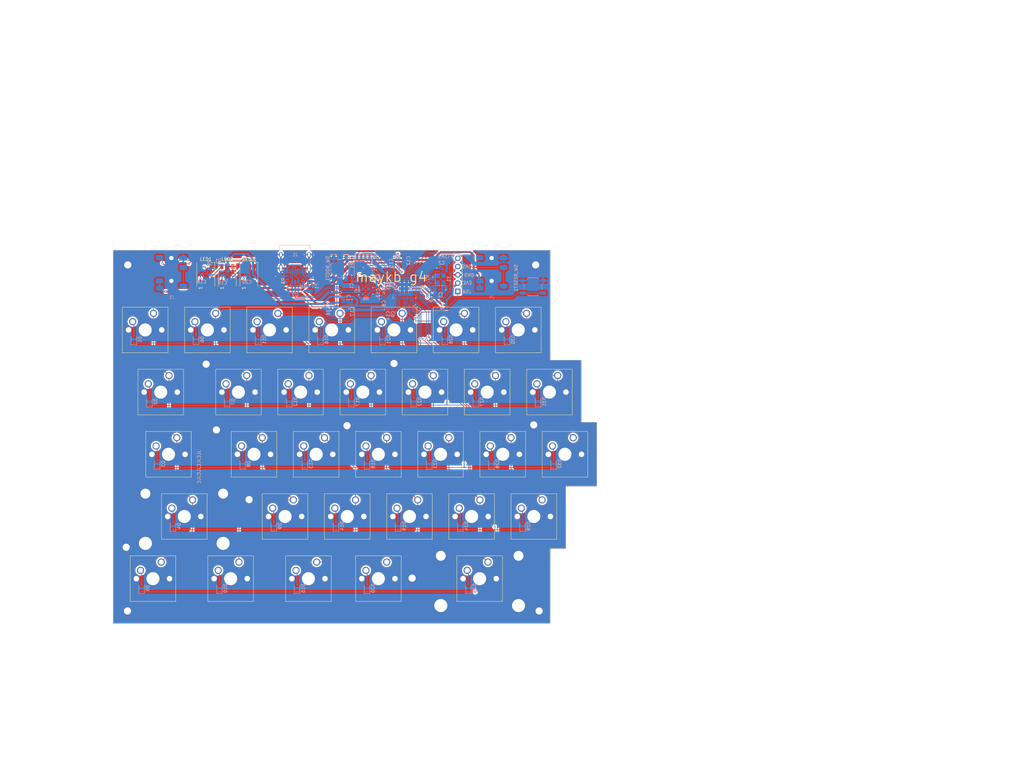
<source format=kicad_pcb>
(kicad_pcb (version 20221018) (generator pcbnew)
  (layers (0 "F.Cu" signal) (31 "B.Cu" signal) (34 "B.Paste" user) (35 "F.Paste" user) (36 "B.SilkS" user "B.Silkscreen") (37 "F.SilkS" user "F.Silkscreen") (38 "B.Mask" user) (39 "F.Mask" user) (44 "Edge.Cuts" user))
  (net 0 "")
  (net 1 "GND")
  (net 2 "+5V")
  (net 3 "+1V1")
  (net 4 "XTAL_IN")
  (net 5 "VBUS")
  (net 6 "~{RESET}")
  (net 7 "SWD")
  (net 8 "SWCLK")
  (net 9 "D_USB_P")
  (net 10 "D_USB_N")
  (net 11 "D_P")
  (net 12 "D_N")
  (net 13 "CS")
  (net 14 "XTAL_OUT")
  (net 15 "SD1")
  (net 16 "SD2")
  (net 17 "SD0")
  (net 18 "QSPI_CLK")
  (net 19 "SD3")
  (net 20 "/pi-pico/XTAL_O")
  (net 21 "Net-(D1-A)")
  (net 22 "/pi-pico/CC1")
  (net 23 "/pi-pico/CC2")
  (net 24 "/pi-pico/D_+")
  (net 25 "/pi-pico/D_-")
  (net 26 "/pi-pico/~{USB_BOOT}")
  (net 29 "/pi-pico/GPIO26")
  (net 30 "/pi-pico/GPIO25")
  (net 31 "/pi-pico/GPIO21")
  (net 32 "/ROW1")
  (net 33 "/ROW3")
  (net 34 "/ROW4")
  (net 35 "/ROW5")
  (net 36 "/pi-pico/GPIO15")
  (net 37 "/pi-pico/GPIO14")
  (net 38 "/pi-pico/GPIO13")
  (net 39 "/pi-pico/GPIO12")
  (net 40 "/pi-pico/GPIO11")
  (net 41 "/pi-pico/GPIO10")
  (net 42 "/pi-pico/GPIO7")
  (net 43 "/pi-pico/GPIO6")
  (net 44 "/pi-pico/GPIO5")
  (net 45 "/pi-pico/GPIO4")
  (net 46 "/COL2")
  (net 47 "/COL1")
  (net 48 "Net-(D2-A)")
  (net 49 "/COL3")
  (net 50 "Net-(D3-A)")
  (net 51 "/COL4")
  (net 52 "Net-(D4-A)")
  (net 53 "/COL5")
  (net 54 "Net-(D5-A)")
  (net 55 "Net-(D6-A)")
  (net 56 "Net-(D7-A)")
  (net 57 "Net-(D8-A)")
  (net 58 "Net-(D9-A)")
  (net 59 "Net-(D10-A)")
  (net 60 "Net-(D11-A)")
  (net 61 "Net-(D12-A)")
  (net 62 "Net-(D13-A)")
  (net 63 "Net-(D14-A)")
  (net 64 "Net-(D15-A)")
  (net 65 "Net-(D16-A)")
  (net 66 "Net-(D17-A)")
  (net 67 "Net-(D18-A)")
  (net 68 "Net-(D19-A)")
  (net 69 "Net-(D20-A)")
  (net 70 "Net-(D21-A)")
  (net 71 "Net-(D22-A)")
  (net 72 "Net-(D23-A)")
  (net 73 "Net-(D24-A)")
  (net 74 "Net-(D25-A)")
  (net 75 "Net-(D26-A)")
  (net 76 "Net-(D27-A)")
  (net 77 "Net-(D28-A)")
  (net 78 "Net-(D29-A)")
  (net 79 "Net-(D30-A)")
  (net 80 "Net-(D31-A)")
  (net 81 "Net-(D32-A)")
  (net 82 "/COL6")
  (net 83 "/COL7")
  (net 84 "/ROW2")
  (net 85 "/LEFT_TX")
  (net 86 "/LEFT_RX")
  (net 87 "/RIGHT_RX")
  (net 88 "/RIGHT_TX")
  (net 89 "+3.3V")
  (net 90 "Net-(LED1-DOUT)")
  (net 91 "Net-(LED1-DIN)")
  (net 92 "Net-(LED2-DOUT)")
  (net 94 "/LED_DATA")
  (footprint "Button_Switch_Keyboard:SW_Cherry_MX_1.00u_PCB" (layer "F.Cu") (at 90.1369 91.54)
    (fp_text reference "SW12" hide)
    (fp_text value "SW_Push_45deg")
  )
  (footprint "Connector_PinSocket_2.54mm:PinSocket_1x05_P2.54mm_Vertical" (layer "F.Cu") (at 135.737218 65.77 180)
    (fp_text reference "J2" hide)
    (fp_text value "SWD")
  )
  (footprint "Button_Switch_Keyboard:SW_Cherry_MX_1.00u_PCB" (layer "F.Cu") (at 113.9494 148.69)
    (fp_text reference "SW20" hide)
    (fp_text value "SW_Push_45deg")
  )
  (footprint "Button_Switch_Keyboard:SW_Cherry_MX_1.00u_PCB" (layer "F.Cu") (at 166.3369 91.54)
    (fp_text reference "SW31" hide)
    (fp_text value "SW_Push_45deg")
  )
  (footprint "Button_Switch_Keyboard:SW_Cherry_MX_1.00u_PCB" (layer "F.Cu") (at 147.2869 91.54)
    (fp_text reference "SW27" hide)
    (fp_text value "SW_Push_45deg")
  )
  (footprint "MountingHole:MountingHole_2.2mm_M2" (layer "F.Cu") (at 160.65 163.6556)
    (fp_text reference "REF**" hide)
    (fp_text value "MountingHole_2.2mm_M2")
  )
  (footprint "MountingHole:MountingHole_2.2mm_M2" (layer "F.Cu") (at 58.65 88.05)
    (fp_text reference "REF**" hide)
    (fp_text value "MountingHole_2.2mm_M2")
  )
  (footprint "Button_Switch_Keyboard:SW_Cherry_MX_2.25u_PCB" (layer "F.Cu") (at 54.4925 129.64)
    (fp_text reference "SW4" hide)
    (fp_text value "SW_Push_45deg")
  )
  (footprint "Button_Switch_Keyboard:SW_Cherry_MX_1.00u_PCB" (layer "F.Cu") (at 71.0869 91.54)
    (fp_text reference "SW7" hide)
    (fp_text value "SW_Push_45deg")
  )
  (footprint "LED_SMD:LED_WS2812B_PLCC4_5.0x5.0mm_P3.2mm" (layer "F.Cu") (at 58.51 60.55 90)
    (fp_text reference "LED1")
    (fp_text value "WS2812B")
  )
  (footprint "Button_Switch_Keyboard:SW_Cherry_MX_1.00u_PCB" (layer "F.Cu") (at 61.5619 72.49)
    (fp_text reference "SW6" hide)
    (fp_text value "SW_Push_45deg")
  )
  (footprint "Button_Switch_Keyboard:SW_Cherry_MX_1.00u_PCB" (layer "F.Cu") (at 137.7619 72.49)
    (fp_text reference "SW26" hide)
    (fp_text value "SW_Push_45deg")
  )
  (footprint "MountingHole:MountingHole_2.2mm_M2" (layer "F.Cu") (at 61.8 108.2)
    (fp_text reference "REF**" hide)
    (fp_text value "MountingHole_2.2mm_M2")
  )
  (footprint "Button_Switch_Keyboard:SW_Cherry_MX_1.00u_PCB" (layer "F.Cu") (at 161.5744 129.64)
    (fp_text reference "SW29" hide)
    (fp_text value "SW_Push_45deg")
  )
  (footprint "LED_SMD:LED_WS2812B_PLCC4_5.0x5.0mm_P3.2mm" (layer "F.Cu") (at 65.13 60.55 90)
    (fp_text reference "LED2")
    (fp_text value "WS2812B")
  )
  (footprint "Button_Switch_Keyboard:SW_Cherry_MX_1.50u_PCB" (layer "F.Cu") (at 47.2749 91.54)
    (fp_text reference "SW2" hide)
    (fp_text value "SW_Push_45deg")
  )
  (footprint "Button_Switch_Keyboard:SW_Cherry_MX_1.25u_PCB" (layer "F.Cu") (at 92.5179 148.69)
    (fp_text reference "SW15" hide)
    (fp_text value "SW_Push_45deg")
  )
  (footprint "Button_Switch_Keyboard:SW_Cherry_MX_1.00u_PCB" (layer "F.Cu") (at 109.1869 91.54)
    (fp_text reference "SW17" hide)
    (fp_text value "SW_Push_45deg")
  )
  (footprint "MountingHole:MountingHole_2.2mm_M2" (layer "F.Cu") (at 121.75 153.6)
    (fp_text reference "REF**" hide)
    (fp_text value "MountingHole_2.2mm_M2")
  )
  (footprint "Button_Switch_Keyboard:SW_Cherry_MX_1.00u_PCB" (layer "F.Cu") (at 42.5119 72.49)
    (fp_text reference "SW1" hide)
    (fp_text value "SW_Push_45deg")
  )
  (footprint "Button_Switch_Keyboard:SW_Cherry_MX_1.00u_PCB" (layer "F.Cu") (at 80.6119 72.49)
    (fp_text reference "SW11" hide)
    (fp_text value "SW_Push_45deg")
  )
  (footprint "Button_Switch_Keyboard:SW_Cherry_MX_1.00u_PCB" (layer "F.Cu") (at 118.7119 72.49)
    (fp_text reference "SW21" hide)
    (fp_text value "SW_Push_45deg")
  )
  (footprint "MountingHole:MountingHole_2.2mm_M2" (layer "F.Cu") (at 71.8 129.55)
    (fp_text reference "REF**" hide)
    (fp_text value "MountingHole_2.2mm_M2")
  )
  (footprint "MountingHole:MountingHole_2.2mm_M2" (layer "F.Cu") (at 159.5996 57.6556)
    (fp_text reference "REF**" hide)
    (fp_text value "MountingHole_2.2mm_M2")
  )
  (footprint "MountingHole:MountingHole_2.2mm_M2" (layer "F.Cu") (at 34.15 144.1556)
    (fp_text reference "REF**" hide)
    (fp_text value "MountingHole_2.2mm_M2")
  )
  (footprint "Button_Switch_Keyboard:SW_Cherry_MX_1.00u_PCB" (layer "F.Cu") (at 94.8994 110.59)
    (fp_text reference "SW13" hide)
    (fp_text value "SW_Push_45deg")
  )
  (footprint "MountingHole:MountingHole_2.2mm_M2" (layer "F.Cu") (at 159 106.6556)
    (fp_text reference "REF**" hide)
    (fp_text value "MountingHole_2.2mm_M2")
  )
  (footprint "MountingHole:MountingHole_2.2mm_M2" (layer "F.Cu") (at 34.6496 57.6556)
    (fp_text reference "REF**" hide)
    (fp_text value "MountingHole_2.2mm_M2")
  )
  (footprint "Button_Switch_Keyboard:SW_Cherry_MX_1.25u_PCB" (layer "F.Cu") (at 68.7054 148.69)
    (fp_text reference "SW10" hide)
    (fp_text value "SW_Push_45deg")
  )
  (footprint "Button_Switch_Keyboard:SW_Cherry_MX_1.00u_PCB" (layer "F.Cu") (at 123.4744 129.64)
    (fp_text reference "SW19" hide)
    (fp_text value "SW_Push_45deg")
  )
  (footprint "Button_Switch_Keyboard:SW_Cherry_MX_1.00u_PCB" (layer "F.Cu") (at 113.9494 110.59)
    (fp_text reference "SW18" hide)
    (fp_text value "SW_Push_45deg")
  )
  (footprint "Button_Switch_Keyboard:SW_Cherry_MX_1.00u_PCB" (layer "F.Cu") (at 156.8119 72.49)
    (fp_text reference "SW30" hide)
    (fp_text value "SW_Push_45deg")
  )
  (footprint "Button_Switch_Keyboard:SW_Cherry_MX_1.00u_PCB" (layer "F.Cu") (at 85.3744 129.64)
    (fp_text reference "SW9" hide)
    (fp_text value "SW_Push_45deg")
  )
  (footprint "Button_Switch_Keyboard:SW_Cherry_MX_1.00u_PCB" (layer "F.Cu") (at 99.6619 72.49)
    (fp_text reference "SW16" hide)
    (fp_text value "SW_Push_45deg")
  )
  (footprint "Button_Switch_Keyboard:SW_Cherry_MX_1.00u_PCB" (layer "F.Cu") (at 128.2369 91.54)
    (fp_text reference "SW22" hide)
    (fp_text value "SW_Push_45deg")
  )
  (footprint "Button_Switch_Keyboard:SW_Cherry_MX_2.25u_PCB" (layer "F.Cu") (at 144.98 148.69)
    (fp_text reference "SW25" hide)
    (fp_text value "SW_Push_45deg")
  )
  (footprint "LED_SMD:LED_WS2812B_PLCC4_5.0x5.0mm_P3.2mm" (layer "F.Cu") (at 71.75 60.55 90)
    (fp_text reference "LED3")
    (fp_text value "WS2812B")
  )
  (footprint "Button_Switch_Keyboard:SW_Cherry_MX_1.00u_PCB" (layer "F.Cu") (at 152.0494 110.59)
    (fp_text reference "SW28" hide)
    (fp_text value "SW_Push_45deg")
  )
  (footprint "Button_Switch_Keyboard:SW_Cherry_MX_1.00u_PCB" (layer "F.Cu") (at 132.9994 110.59)
    (fp_text reference "SW23" hide)
    (fp_text value "SW_Push_45deg")
  )
  (footprint "MountingHole:MountingHole_2.2mm_M2" (layer "F.Cu") (at 34.5496 163.6556)
    (fp_text reference "REF**" hide)
    (fp_text value "MountingHole_2.2mm_M2")
  )
  (footprint "Button_Switch_Keyboard:SW_Cherry_MX_1.00u_PCB" (layer "F.Cu") (at 75.8494 110.59)
    (fp_text reference "SW8" hide)
    (fp_text value "SW_Push_45deg")
  )
  (footprint "MountingHole:MountingHole_2.2mm_M2" (layer "F.Cu") (at 116.2 87.85)
    (fp_text reference "REF**" hide)
    (fp_text value "MountingHole_2.2mm_M2")
  )
  (footprint "Button_Switch_Keyboard:SW_Cherry_MX_1.00u_PCB" (layer "F.Cu") (at 142.5244 129.64)
    (fp_text reference "SW24" hide)
    (fp_text value "SW_Push_45deg")
  )
  (footprint "Button_Switch_Keyboard:SW_Cherry_MX_1.00u_PCB" (layer "F.Cu") (at 171.0994 110.59)
    (fp_text reference "SW32" hide)
    (fp_text value "SW_Push_45deg")
  )
  (footprint "Button_Switch_Keyboard:SW_Cherry_MX_1.00u_PCB" (layer "F.Cu") (at 104.4244 129.64)
    (fp_text reference "SW14" hide)
    (fp_text value "SW_Push_45deg")
  )
  (footprint "Button_Switch_Keyboard:SW_Cherry_MX_1.25u_PCB" (layer "F.Cu") (at 44.8929 148.69)
    (fp_text reference "SW5" hide)
    (fp_text value "SW_Push_45deg")
  )
  (footprint "Button_Switch_Keyboard:SW_Cherry_MX_1.75u_PCB" (layer "F.Cu") (at 49.6559 110.59)
    (fp_text reference "SW3" hide)
    (fp_text value "SW_Push_45deg")
  )
  (footprint "MountingHole:MountingHole_2.2mm_M2" (layer "F.Cu") (at 101.8 106.9)
    (fp_text reference "REF**" hide)
    (fp_text value "MountingHole_2.2mm_M2")
  )
  (footprint "Diode_SMD:D_SOD-323F" (layer "B.Cu") (at 160.3369 99.54 90)
    (fp_text reference "D31")
    (fp_text value "D")
  )
  (footprint "Diode_SMD:D_SOD-323F" (layer "B.Cu") (at 122.2369 99.54 90)
    (fp_text reference "D22")
    (fp_text value "D")
  )
  (footprint "Capacitor_SMD:C_0402_1005Metric" (layer "B.Cu") (at 126.93825 66.713)
    (fp_text reference "C6")
    (fp_text value "100nF")
  )
  (footprint "Diode_SMD:D_SOD-323F" (layer "B.Cu") (at 41.2749 99.54 90)
    (fp_text reference "D2")
    (fp_text value "D")
  )
  (footprint "Diode_SMD:D_SOD-323F" (layer "B.Cu") (at 165.0994 118.59 90)
    (fp_text reference "D32")
    (fp_text value "D")
  )
  (footprint "Resistor_SMD:R_0603_1608Metric_Pad0.98x0.95mm_HandSolder" (layer "B.Cu") (at 65.25 58.7 -90)
    (fp_text reference "R8")
    (fp_text value "10k")
  )
  (footprint "Diode_SMD:D_SOD-323F" (layer "B.Cu") (at 98.4244 137.64 90)
    (fp_text reference "D14")
    (fp_text value "D")
  )
  (footprint "Diode_SMD:D_SOD-323F" (layer "B.Cu") (at 117.4744 137.64 90)
    (fp_text reference "D19")
    (fp_text value "D")
  )
  (footprint "Diode_SMD:D_SOD-323F" (layer "B.Cu") (at 86.5179 156.69 90)
    (fp_text reference "D15")
    (fp_text value "D")
  )
  (footprint "Capacitor_SMD:C_0402_1005Metric" (layer "B.Cu") (at 115.88925 70.777 -90)
    (fp_text reference "C9")
    (fp_text value "100nF")
  )
  (footprint "audio_jack:PJ-342B" (layer "B.Cu") (at 48 55.55 180)
    (fp_text reference "J3")
    (fp_text value "ConnLeft")
  )
  (footprint "Diode_SMD:D_SOD-323F" (layer "B.Cu") (at 69.8494 118.59 90)
    (fp_text reference "D8")
    (fp_text value "D")
  )
  (footprint "Capacitor_SMD:C_0402_1005Metric" (layer "B.Cu") (at 111.31725 64.3 180)
    (fp_text reference "C13")
    (fp_text value "100nF")
  )
  (footprint "Diode_SMD:D_SOD-323F" (layer "B.Cu") (at 131.7619 80.49 90)
    (fp_text reference "D26")
    (fp_text value "D")
  )
  (footprint "Diode_SMD:D_SOD-323F" (layer "B.Cu") (at 107.9494 156.69 90)
    (fp_text reference "D20")
    (fp_text value "D")
  )
  (footprint "Capacitor_SMD:C_0402_1005Metric" (layer "B.Cu") (at 111.31725 62.776 180)
    (fp_text reference "C5")
    (fp_text value "100nF")
  )
  (footprint "Capacitor_SMD:C_0402_1005Metric" (layer "B.Cu") (at 114.36525 70.777 -90)
    (fp_text reference "C14")
    (fp_text value "100nF")
  )
  (footprint "Diode_SMD:D_SOD-323F" (layer "B.Cu") (at 136.5244 137.64 90)
    (fp_text reference "D24")
    (fp_text value "D")
  )
  (footprint "Capacitor_SMD:C_0402_1005Metric" (layer "B.Cu") (at 126.93825 65.189)
    (fp_text reference "C10")
    (fp_text value "100nF")
  )
  (footprint "Resistor_SMD:R_0402_1005Metric" (layer "B.Cu") (at 132.237218 70.4427 -90)
    (fp_text reference "R2")
    (fp_text value "1k")
  )
  (footprint "Capacitor_SMD:C_0402_1005Metric" (layer "B.Cu") (at 113.111018 68.08175 180)
    (fp_text reference "C8")
    (fp_text value "1uF")
  )
  (footprint "Diode_SMD:D_SOD-323F" (layer "B.Cu") (at 107.9494 118.59 90)
    (fp_text reference "D18")
    (fp_text value "D")
  )
  (footprint "Resistor_SMD:R_0402_1005Metric" (layer "B.Cu") (at 88.385968 62.524575 -90)
    (fp_text reference "R4")
    (fp_text value "5k1")
  )
  (footprint "Package_TO_SOT_SMD:SOT-23" (layer "B.Cu") (at 62.3125 58.7 180)
    (fp_text reference "Q1")
    (fp_text value "BSS138")
  )
  (footprint "Capacitor_SMD:C_0402_1005Metric" (layer "B.Cu") (at 122.270893 71.606 -45)
    (fp_text reference "C11")
    (fp_text value "100nF")
  )
  (footprint "Resistor_SMD:R_0603_1608Metric" (layer "B.Cu") (at 107.538893 66.6)
    (fp_text reference "R6")
    (fp_text value "27R")
  )
  (footprint "Diode_SMD:D_SOD-323F" (layer "B.Cu") (at 103.1869 99.54 90)
    (fp_text reference "D17")
    (fp_text value "D")
  )
  (footprint "audio_jack:PJ-342B" (layer "B.Cu") (at 146.1 55.55 180)
    (fp_text reference "J4")
    (fp_text value "ConnRight")
  )
  (footprint "Resistor_SMD:R_0402_1005Metric" (layer "B.Cu") (at 83.432968 62.524575 -90)
    (fp_text reference "R3")
    (fp_text value "5k1")
  )
  (footprint "Capacitor_SMD:C_0402_1005Metric" (layer "B.Cu") (at 96.868018 69.98725 90)
    (fp_text reference "C16")
    (fp_text value "1uF")
  )
  (footprint "Diode_SMD:D_SOD-323F" (layer "B.Cu") (at 155.5744 137.64 90)
    (fp_text reference "D29")
    (fp_text value "D")
  )
  (footprint "Capacitor_SMD:C_0402_1005Metric" (layer "B.Cu") (at 63.98 61.05)
    (fp_text reference "C19")
    (fp_text value "100nF")
  )
  (footprint "Diode_SMD:D_SOD-323F" (layer "B.Cu") (at 84.1369 99.54 90)
    (fp_text reference "D12")
    (fp_text value "D")
  )
  (footprint "Diode_SMD:D_SOD-323F" (layer "B.Cu") (at 150.8119 80.49 90)
    (fp_text reference "D30")
    (fp_text value "D")
  )
  (footprint "Button_Switch_SMD:SW_SPST_TL3342" (layer "B.Cu") (at 158.75 64.35 180)
    (fp_text reference "SW_RESET1")
    (fp_text value "SW_Push")
  )
  (footprint "Diode_SMD:D_SOD-323F" (layer "B.Cu") (at 48.4925 137.64 90)
    (fp_text reference "D4")
    (fp_text value "D")
  )
  (footprint "Capacitor_SMD:C_0402_1005Metric" (layer "B.Cu") (at 130.764018 58.585)
    (fp_text reference "C2")
    (fp_text value "22pF")
  )
  (footprint "Connector_USB:USB_C_Receptacle_HRO_TYPE-C-31-M-12" (layer "B.Cu") (at 85.845968 55.55545)
    (fp_text reference "J1")
    (fp_text value "USB_C_Receptacle_USB2.0")
  )
  (footprint "Button_Switch_SMD:SW_SPST_TL3342" (layer "B.Cu") (at 99.637218 58.7327 -90)
    (fp_text reference "SW_BOOT1")
    (fp_text value "SW_Push")
  )
  (footprint "Diode_SMD:D_SOD-323F" (layer "B.Cu") (at 38.8929 156.69 90)
    (fp_text reference "D5")
    (fp_text value "D")
  )
  (footprint "Package_TO_SOT_SMD:SOT-23" (layer "B.Cu") (at 99.662018 69.22525 180)
    (fp_text reference "U4")
    (fp_text value "XC6206PxxxMR-Regulator_Linear")
  )
  (footprint "Diode_SMD:D_SOD-323F" (layer "B.Cu") (at 112.7119 80.49 90)
    (fp_text reference "D21")
    (fp_text value "D")
  )
  (footprint "Crystal:Crystal_SMD_3225-4Pin_3.2x2.5mm" (layer "B.Cu") (at 130.49425 62.014 90)
    (fp_text reference "Y1")
    (fp_text value "12MHz")
  )
  (footprint "Diode_SMD:D_SOD-323F" (layer "B.Cu") (at 138.98 156.69 90)
    (fp_text reference "D25")
    (fp_text value "D")
  )
  (footprint "Fuse:Fuse_1206_3216Metric" (layer "B.Cu") (at 90.437218 64.2327 -90)
    (fp_text reference "F1")
    (fp_text value "500mA")
  )
  (footprint "Capacitor_SMD:C_0402_1005Metric" (layer "B.Cu") (at 130.510018 65.28775 180)
    (fp_text reference "C3")
    (fp_text value "22pF")
  )
  (footprint "Capacitor_SMD:C_0402_1005Metric" (layer "B.Cu") (at 103.247218 62.2897 90)
    (fp_text reference "C1")
    (fp_text value "100nF")
  )
  (footprint "Diode_SMD:D_SOD-323F" (layer "B.Cu") (at 141.2869 99.54 90)
    (fp_text reference "D27")
    (fp_text value "D")
  )
  (footprint "Diode_SMD:D_SOD-323F" (layer "B.Cu") (at 74.6119 80.49 90)
    (fp_text reference "D11")
    (fp_text value "D")
  )
  (footprint "Diode_SMD:D_SOD-323F" (layer "B.Cu") (at 126.9994 118.59 90)
    (fp_text reference "D23")
    (fp_text value "D")
  )
  (footprint "Sleep-Lib:RP2040-QFN-56" (layer "B.Cu") (at 119.35 64.3 -90)
    (fp_text reference "U3")
    (fp_text value "RP2040")
  )
  (footprint "Capacitor_SMD:C_0402_1005Metric" (layer "B.Cu") (at 103.347893 69.701 -90)
    (fp_text reference "C17")
    (fp_text value "1uF")
  )
  (footprint "Resistor_SMD:R_0402_1005Metric" (layer "B.Cu") (at 126.93825 63.157 180)
    (fp_text reference "R7")
    (fp_text value "1k")
  )
  (footprint "Package_SO:SOIC-8_5.23x5.23mm_P1.27mm" (layer "B.Cu") (at 106.802218 58.8127 -90)
    (fp_text reference "U1")
    (fp_text value "W25Q128JVS")
  )
  (footprint "Diode_SMD:D_SOD-323F" (layer "B.Cu") (at 65.0869 99.54 90)
    (fp_text reference "D7")
    (fp_text value "D")
  )
  (footprint "Resistor_SMD:R_0603_1608Metric_Pad0.98x0.95mm_HandSolder" (layer "B.Cu") (at 59.6 59.7875 90)
    (fp_text reference "R9")
    (fp_text value "10k")
  )
  (footprint "Capacitor_SMD:C_0402_1005Metric" (layer "B.Cu") (at 102.331893 69.701 90)
    (fp_text reference "C7")
    (fp_text value "10uF")
  )
  (footprint "Diode_SMD:D_SOD-323F" (layer "B.Cu") (at 79.3744 137.64 90)
    (fp_text reference "D9")
    (fp_text value "D")
  )
  (footprint "Diode_SMD:D_SOD-323F" (layer "B.Cu") (at 36.5119 80.49 90)
    (fp_text reference "D1")
    (fp_text value "D")
  )
  (footprint "Capacitor_SMD:C_0402_1005Metric" (layer "B.Cu") (at 115.651018 59.06475 180)
    (fp_text reference "C15")
    (fp_text value "100nF")
  )
  (footprint "Capacitor_SMD:C_0402_1005Metric" (layer "B.Cu") (at 113.111018 67.06575 180)
    (fp_text reference "C4")
    (fp_text value "1uF")
  )
  (footprint "Diode_SMD:D_SOD-323F" (layer "B.Cu") (at 55.5619 80.49 90)
    (fp_text reference "D6")
    (fp_text value "D")
  )
  (footprint "Resistor_SMD:R_0603_1608Metric" (layer "B.Cu") (at 107.538893 64.949)
    (fp_text reference "R5")
    (fp_text value "27R")
  )
  (footprint "Resistor_SMD:R_0402_1005Metric" (layer "B.Cu") (at 103.337218 55.8327 90)
    (fp_text reference "R1")
    (fp_text value "1k")
  )
  (footprint "Capacitor_SMD:C_0402_1005Metric" (layer "B.Cu") (at 121.493018 58.04875 45)
    (fp_text reference "C12")
    (fp_text value "100nF")
  )
  (footprint "Capacitor_SMD:C_0402_1005Metric" (layer "B.Cu") (at 57.35 60.95)
    (fp_text reference "C18")
    (fp_text value "100nF")
  )
  (footprint "Diode_SMD:D_SOD-323F" (layer "B.Cu") (at 62.7054 156.69 90)
    (fp_text reference "D10")
    (fp_text value "D")
  )
  (footprint "Capacitor_SMD:C_0402_1005Metric" (layer "B.Cu") (at 70.57 61.1)
    (fp_text reference "C20")
    (fp_text value "100nF")
  )
  (footprint "Diode_SMD:D_SOD-323F" (layer "B.Cu") (at 93.6619 80.49 90)
    (fp_text reference "D16")
    (fp_text value "D")
  )
  (footprint "Diode_SMD:D_SOD-323F" (layer "B.Cu") (at 146.0494 118.59 90)
    (fp_text reference "D28")
    (fp_text value "D")
  )
  (footprint "Diode_SMD:D_SOD-323F" (layer "B.Cu") (at 88.8994 118.59 90)
    (fp_text reference "D13")
    (fp_text value "D")
  )
  (footprint "Diode_SMD:D_SOD-323F" (layer "B.Cu") (at 43.6559 118.59 90)
    (fp_text reference "D3")
    (fp_text value "D")
  )
  (footprint "Package_TO_SOT_SMD:SOT-23-6" (layer "B.Cu") (at 85.941218 64.0327 90)
    (fp_text reference "U2")
    (fp_text value "USBLC6-2SC6")
  )
  (gr_poly (pts (xy 30.15 53.15) (xy 164.1 53.15) (xy 164.1 86.8) (xy 173.6 86.8) (xy 173.6 105.85) (xy 178.35 105.85) (xy 178.35 125.5) (xy 168.85 125.5) (xy 168.85 144.55) (xy 164.15 144.55) (xy 164.1 144.6) (xy 164.1 167.5056) (xy 30.15 167.5056)) (stroke (width 0.1)) (fill none) (layer "Edge.Cuts"))
  (gr_text "JLCJLCJLCJLC" (at 57.0496 114.3056 90) (layer "B.SilkS") (effects (font (size 1 1)) (justify left bottom mirror)))
  (gr_text "GND" (at 137.6 60.1 180) (layer "B.SilkS") (effects (font (size 1 1)) (justify left bottom mirror)))
  (gr_text "SWCLK" (at 129.55 54.45 180) (layer "B.SilkS") (effects (font (size 1 1)) (justify left bottom mirror)))
  (gr_text "3V3" (at 137.2 62.5 180) (layer "B.SilkS") (effects (font (size 1 1)) (justify left bottom mirror)))
  (gr_text "SWD" (at 136.95 57.5 180) (layer "B.SilkS") (effects (font (size 1 1)) (justify left bottom mirror)))
  (gr_text "RST" (at 137.05 65.15 180) (layer "B.SilkS") (effects (font (size 1 1)) (justify left bottom mirror)))
  (gr_text "maykb g4" (at 104.1996 63.1056) (layer "F.SilkS") (effects (font (size 3 3) (thickness 0.3) bold) (justify left bottom)))
  (segment (start 118.075 63.025) (end 117.7 62.65) (width 0.635) (layer "F.Cu") (net 1))
  (segment (start 118.075 65.575) (end 118.075 63.025) (width 0.635) (layer "F.Cu") (net 1))
  (segment (start 120.625 63.025) (end 120.325 63.325) (width 0.635) (layer "F.Cu") (net 1))
  (segment (start 120.325 65.275) (end 120.625 65.575) (width 0.635) (layer "F.Cu") (net 1))
  (segment (start 118.075 64.3) (end 120.625 64.3) (width 0.635) (layer "F.Cu") (net 1))
  (segment (start 120.325 63.325) (end 120.325 65.275) (width 0.635) (layer "F.Cu") (net 1))
  (segment (start 137.21 60.69) (end 137.25 60.65) (width 0.5) (layer "F.Cu") (net 1))
  (segment (start 120.625 63.025) (end 118.075 63.025) (width 0.635) (layer "F.Cu") (net 1))
  (segment (start 120.625 65.575) (end 118.075 65.575) (width 0.635) (layer "F.Cu") (net 1))
  (segment (start 119.35 65.575) (end 119.35 63.025) (width 0.635) (layer "F.Cu") (net 1))
  (segment (start 135.737218 60.69) (end 137.21 60.69) (width 0.5) (layer "F.Cu") (net 1))
  (via (at 129.367018 58.585) (size 0.6) (drill 0.3) (layers "F.Cu" "B.Cu") (net 1))
  (via (at 105.379893 66.78) (size 0.6) (drill 0.3) (layers "F.Cu" "B.Cu") (net 1))
  (via (at 82.35 63) (size 0.6) (drill 0.3) (layers "F.Cu" "B.Cu") (net 1))
  (via (at 132.034018 65.28775) (size 0.6) (drill 0.3) (layers "F.Cu" "B.Cu") (net 1))
  (via (at 103.25 60.8) (size 0.6) (drill 0.3) (layers "F.Cu" "B.Cu") (net 1))
  (via (at 97.251893 63.478) (size 0.6) (drill 0.3) (layers "F.Cu" "B.Cu") (net 1))
  (via (at 113.238018 71.25675) (size 0.6) (drill 0.3) (layers "F.Cu" "B.Cu") (net 1))
  (via (at 109.697893 64.621) (size 0.6) (drill 0.3) (layers "F.Cu" "B.Cu") (net 1))
  (via (at 122.509018 57.03275) (size 0.6) (drill 0.3) (layers "F.Cu" "B.Cu") (net 1))
  (via (at 96.855018 71.63775) (size 0.6) (drill 0.3) (layers "F.Cu" "B.Cu") (net 1))
  (via (at 103.347893 68.177) (size 0.6) (drill 0.3) (layers "F.Cu" "B.Cu") (net 1))
  (via (at 111.65 67.05) (size 0.6) (drill 0.3) (layers "F.Cu" "B.Cu") (net 1))
  (via (at 102.331893 71.098) (size 0.6) (drill 0.3) (layers "F.Cu" "B.Cu") (net 1))
  (via (at 97.251893 65.891) (size 0.6) (drill 0.3) (layers "F.Cu" "B.Cu") (net 1))
  (via (at 79.972218 61.1117) (size 0.6) (drill 0.3) (layers "F.Cu" "B.Cu") (net 1))
  (via (at 91.65 54.55) (size 0.6) (drill 0.3) (layers "F.Cu" "B.Cu") (net 1))
  (via (at 128.15 61.4) (size 0.6) (drill 0.3) (layers "F.Cu" "B.Cu") (net 1))
  (via (at 88.004968 64.048575) (size 0.6) (drill 0.3) (layers "F.Cu" "B.Cu") (net 1))
  (via (at 111.714018 68.08175) (size 0.6) (drill 0.3) (layers "F.Cu" "B.Cu") (net 1))
  (via (at 109.697893 66.526) (size 0.6) (drill 0.3) (layers "F.Cu" "B.Cu") (net 1))
  (via (at 123 72.9) (size 0.6) (drill 0.3) (layers "F.Cu" "B.Cu") (net 1))
  (via (at 88.65 54.5) (size 0.6) (drill 0.3) (layers "F.Cu" "B.Cu") (net 1))
  (via (at 109.337218 56.8327) (size 0.6) (drill 0.3) (layers "F.Cu" "B.Cu") (net 1))
  (via (at 128.351018 65.92275) (size 0.6) (drill 0.3) (layers "F.Cu" "B.Cu") (net 1))
  (via (at 137.25 60.65) (size 0.6) (drill 0.3) (layers "F.Cu" "B.Cu") (net 1))
  (via (at 65.15 62.25) (size 0.6) (drill 0.3) (layers "F.Cu" "B.Cu") (net 1))
  (via (at 91.402218 61.3657) (size 0.6) (drill 0.3) (layers "F.Cu" "B.Cu") (net 1))
  (via (at 105.379893 64.621) (size 0.6) (drill 0.3) (layers "F.Cu" "B.Cu") (net 1))
  (via (at 106.837218 58.4327) (size 0.6) (drill 0.3) (layers "F.Cu" "B.Cu") (net 1))
  (segment (start 129.64425 60.914) (end 128.636 60.914) (width 0.5) (layer "B.Cu") (net 1))
  (segment (start 89.878218 61.3657) (end 91.402218 61.3657) (width 0.381) (layer "B.Cu") (net 1))
  (segment (start 88.385968 63.034575) (end 88.385968 63.667575) (width 0.5) (layer "B.Cu") (net 1))
  (segment (start 85.941218 64.461325) (end 86.353968 64.048575) (width 0.381) (layer "B.Cu") (net 1))
  (segment (start 64.46 61.56) (end 65.15 62.25) (width 0.5) (layer "B.Cu") (net 1))
  (segment (start 131.34425 62.867022) (end 129.64425 61.167022) (width 0.254) (layer "B.Cu") (net 1))
  (segment (start 101.545268 69.221) (end 100.599518 68.27525) (width 0.381) (layer "B.Cu") (net 1))
  (segment (start 81.877218 61.1117) (end 79.972218 61.1117) (width 0.381) (layer "B.Cu") (net 1))
  (segment (start 108.707218 55.2127) (end 108.707218 56.2027) (width 0.254) (layer "B.Cu") (net 1))
  (segment (start 111.66575 67.06575) (end 111.65 67.05) (width 0.5) (layer "B.Cu") (net 1))
  (segment (start 86.353968 64.048575) (end 88.004968 64.048575) (width 0.381) (layer "B.Cu") (net 1))
  (segment (start 128.659244 58.585) (end 129.367018 58.585) (width 0.2) (layer "B.Cu") (net 1))
  (segment (start 122.610304 72.510304) (end 123 72.9) (width 0.381) (layer "B.Cu") (net 1))
  (segment (start 102.331893 69.221) (end 101.545268 69.221) (width 0.381) (layer "B.Cu") (net 1))
  (segment (start 103.247218 61.8097) (end 103.247218 60.802782) (width 0.2) (layer "B.Cu") (net 1))
  (segment (start 64.46 61.05) (end 64.46 61.56) (width 0.5) (layer "B.Cu") (net 1))
  (segment (start 110.83725 62.776) (end 110.83725 64.3) (width 0.5) (layer "B.Cu") (net 1))
  (segment (start 82.004218 60.9847) (end 81.877218 61.1117) (width 0.381) (layer "B.Cu") (net 1))
  (segment (start 89.095968 60.58345) (end 89.878218 61.3657) (width 0.381) (layer "B.Cu") (net 1))
  (segment (start 82.595968 60.39295) (end 82.004218 60.9847) (width 0.381) (layer "B.Cu") (net 1))
  (segment (start 130.990018 65.28775) (end 132.034018 65.28775) (width 0.381) (layer "B.Cu") (net 1))
  (segment (start 110.83725 64.3) (end 110.51625 64.621) (width 0.5) (layer "B.Cu") (net 1))
  (segment (start 112.631018 68.08175) (end 111.714018 68.08175) (width 0.2) (layer "B.Cu") (net 1))
  (segment (start 123.944244 63.3) (end 128.659244 58.585) (width 0.2) (layer "B.Cu") (net 1))
  (segment (start 96.868018 70.46725) (end 96.868018 71.62475) (width 0.5) (layer "B.Cu") (net 1))
  (segment (start 122.7875 63.3) (end 123.944244 63.3) (width 0.2) (layer "B.Cu") (net 1))
  (segment (start 129.367018 58.585) (end 130.284018 58.585) (width 0.381) (layer "B.Cu") (net 1))
  (segment (start 114.36525 71.257) (end 115.88925 71.257) (width 0.381) (layer "B.Cu") (net 1))
  (segment (start 121.832429 57.709339) (end 122.509018 57.03275) (width 0.381) (layer "B.Cu") (net 1))
  (segment (start 83.432968 63.034575) (end 82.384575 63.034575) (width 0.5) (layer "B.Cu") (net 1))
  (segment (start 122.610304 71.945411) (end 122.610304 72.510304) (width 0.381) (layer "B.Cu") (net 1))
  (segment (start 103.347893 69.221) (end 103.347893 68.177) (width 0.381) (layer "B.Cu") (net 1))
  (segment (start 96.868018 71.62475) (end 96.855018 71.63775) (width 0.5) (layer "B.Cu") (net 1))
  (segment (start 89.095968 59.60045) (end 89.095968 60.58345) (width 0.381) (layer "B.Cu") (net 1))
  (segment (start 82.595968 59.60045) (end 82.595968 60.39295) (width 0.381) (layer "B.Cu") (net 1))
  (segment (start 113.238018 71.25675) (end 114.365 71.25675) (width 0.381) (layer "B.Cu") (net 1))
  (segment (start 108.707218 56.2027) (end 109.337218 56.8327) (width 0.254) (layer "B.Cu") (net 1))
  (segment (start 128.636 60.914) (end 128.15 61.4) (width 0.5) (layer "B.Cu") (net 1))
  (segment (start 85.941218 65.1702) (end 85.941218 64.461325) (width 0.381) (layer "B.Cu") (net 1))
  (segment (start 103.247218 60.802782) (end 103.25 60.8) (width 0.2) (layer "B.Cu") (net 1))
  (segment (start 82.384575 63.034575) (end 82.35 63) (width 0.5) (layer "B.Cu") (net 1))
  (segment (start 110.51625 64.621) (end 109.697893 64.621) (width 0.5) (layer "B.Cu") (net 1))
  (segment (start 88.385968 63.667575) (end 88.004968 64.048575) (width 0.5) (layer "B.Cu") (net 1))
  (segment (start 130.990018 65.28775) (end 130.990018 63.468232) (width 0.381) (layer "B.Cu") (net 1))
  (segment (start 112.631018 67.06575) (end 111.66575 67.06575) (width 0.5) (layer "B.Cu") (net 1))
  (segment locked (start 63.48 61.92) (end 63.55 61.85) (width 0.254) (layer "F.Cu") (net 2))
  (segment (start 92.437218 69.5327) (end 95.837218 69.5327) (width 0.6) (layer "F.Cu") (net 2))
  (segment locked (start 63.48 63) (end 63.48 61.92) (width 0.254) (layer "F.Cu") (net 2))
  (segment (start 128.15 56.1) (end 130.5 53.75) (width 0.6) (layer "F.Cu") (net 2))
  (segment (start 83.837218 65.2327) (end 83.337218 64.7327) (width 0.6) (layer "F.Cu") (net 2))
  (segment (start 88.437218 65.5327) (end 88.137218 65.2327) (width 0.6) (layer "F.Cu") (net 2))
  (segment (start 65.2127 64.7327) (end 63.48 63) (width 0.6) (layer "F.Cu") (net 2))
  (segment (start 88.437218 65.5327) (end 92.437218 69.5327) (width 0.6) (layer "F.Cu") (net 2))
  (segment locked (start 70.1 61.9) (end 70.15 61.85) (width 0.254) (layer "F.Cu") (net 2))
  (segment (start 65.2127 64.7327) (end 58.5927 64.7327) (width 0.6) (layer "F.Cu") (net 2))
  (segment (start 140.6 54.75) (end 140.6 59) (width 0.6) (layer "F.Cu") (net 2))
  (segment locked (start 70.1 63) (end 70.1 61.9) (width 0.254) (layer "F.Cu") (net 2))
  (segment (start 102.5173 56.0327) (end 113.8827 56.0327) (width 0.6) (layer "F.Cu") (net 2))
  (segment (start 72.1 64.7327) (end 65.2127 64.7327) (width 0.6) (layer "F.Cu") (net 2))
  (segment (start 139.6 53.75) (end 140.6 54.75) (width 0.6) (layer "F.Cu") (net 2))
  (segment (start 72.1 64.7327) (end 71.8327 64.7327) (width 0.6) (layer "F.Cu") (net 2))
  (segment (start 113.95 56.1) (end 128.15 56.1) (width 0.6) (layer "F.Cu") (net 2))
  (segment (start 140.6 59) (end 142.25 60.65) (width 0.6) (layer "F.Cu") (net 2))
  (segment locked (start 56.86 63) (end 56.86 61.79) (width 0.254) (layer "F.Cu") (net 2))
  (segment (start 130.5 53.75) (end 139.6 53.75) (width 0.6) (layer "F.Cu") (net 2))
  (segment locked (start 56.86 61.79) (end 56.9 61.75) (width 0.254) (layer "F.Cu") (net 2))
  (segment (start 113.8827 56.0327) (end 113.95 56.1) (width 0.6) (layer "F.Cu") (net 2))
  (segment (start 71.8327 64.7327) (end 70.1 63) (width 0.6) (layer "F.Cu") (net 2))
  (segment (start 83.337218 64.7327) (end 72.1 64.7327) (width 0.6) (layer "F.Cu") (net 2))
  (segment (start 95.872 62.678) (end 102.5173 56.0327) (width 0.6) (layer "F.Cu") (net 2))
  (segment (start 88.137218 65.2327) (end 90.691918 62.678) (width 0.6) (layer "F.Cu") (net 2))
  (segment (start 58.5927 64.7327) (end 57.5254 65.8) (width 0.6) (layer "F.Cu") (net 2))
  (segment (start 58.5927 64.7327) (end 56.86 63) (width 0.6) (layer "F.Cu") (net 2))
  (segment (start 90.691918 62.678) (end 95.872 62.678) (width 0.6) (layer "F.Cu") (net 2))
  (segment (start 57.5254 65.8) (end 46.25 65.8) (width 0.6) (layer "F.Cu") (net 2))
  (segment (start 88.137218 65.2327) (end 83.837218 65.2327) (width 0.6) (layer "F.Cu") (net 2))
  (via (at 83.337218 64.7327) (size 0.6) (drill 0.3) (layers "F.Cu" "B.Cu") (net 2))
  (via (at 142.25 60.65) (size 0.6) (drill 0.3) (layers "F.Cu" "B.Cu") (net 2))
  (via locked (at 56.9 61.75) (size 0.6) (drill 0.3) (layers "F.Cu" "B.Cu") (net 2))
  (via locked (at 70.15 61.85) (size 0.6) (drill 0.3) (layers "F.Cu" "B.Cu") (net 2))
  (via (at 46.25 65.8) (size 0.6) (drill 0.3) (layers "F.Cu" "B.Cu") (net 2))
  (via locked (at 63.55 61.85) (size 0.6) (drill 0.3) (layers "F.Cu" "B.Cu") (net 2))
  (via (at 95.837218 69.5327) (size 0.6) (drill 0.3) (layers "F.Cu" "B.Cu") (net 2))
  (via (at 88.437218 65.5327) (size 0.6) (drill 0.3) (layers "F.Cu" "B.Cu") (net 2))
  (segment locked (start 63.55 61.1) (end 63.5 61.05) (width 0.254) (layer "B.Cu") (net 2))
  (segment (start 88.537218 65.6327) (end 88.437218 65.5327) (width 0.6) (layer "B.Cu") (net 2))
  (segment (start 90.437218 65.6327) (end 88.537218 65.6327) (width 0.6) (layer "B.Cu") (net 2))
  (segment (start 142.25 62.35) (end 142.45 62.55) (width 0.6) (layer "B.Cu") (net 2))
  (segment (start 96.842568 69.5327) (end 96.868018 69.50725) (width 0.6) (layer "B.Cu") (net 2))
  (segment locked (start 70.15 61.16) (end 70.09 61.1) (width 0.254) (layer "B.Cu") (net 2))
  (segment (start 83.337218 64.7327) (end 84.021343 64.048575) (width 0.381) (layer "B.Cu") (net 2))
  (segment (start 97.150018 69.22525) (end 96.868018 69.50725) (width 0.6) (layer "B.Cu") (net 2))
  (segment locked (start 56.9 60.98) (end 56.87 60.95) (width 0.254) (layer "B.Cu") (net 2))
  (segment locked (start 63.55 61.85) (end 63.55 61.1) (width 0.254) (layer "B.Cu") (net 2))
  (segment locked (start 63.15 60.7) (end 63.5 61.05) (width 0.254) (layer "B.Cu") (net 2))
  (segment locked (start 57.197001 60.313) (end 59.213 60.313) (width 0.254) (layer "B.Cu") (net 2))
  (segment locked (start 56.9 61.75) (end 56.9 60.98) (width 0.254) (layer "B.Cu") (net 2))
  (segment (start 84.021343 64.048575) (end 85.532988 64.048575) (width 0.381) (layer "B.Cu") (net 2))
  (segment locked (start 56.87 60.640001) (end 57.197001 60.313) (width 0.254) (layer "B.Cu") (net 2))
  (segment locked (start 59.6 60.7) (end 63.15 60.7) (width 0.254) (layer "B.Cu") (net 2))
  (segment (start 98.724518 69.22525) (end 97.150018 69.22525) (width 0.6) (layer "B.Cu") (net 2))
  (segment (start 142.25 60.65) (end 142.25 62.35) (width 0.6) (layer "B.Cu") (net 2))
  (segment locked (start 63.827001 60.413) (end 64.813 60.413) (width 0.254) (layer "B.Cu") (net 2))
  (segment (start 45.4 65.8) (end 44.35 64.75) (width 0.6) (layer "B.Cu") (net 2))
  (segment (start 46.25 65.8) (end 45.4 65.8) (width 0.6) (layer "B.Cu") (net 2))
  (segment locked (start 64.813 60.413) (end 65.5 61.1) (width 0.254) (layer "B.Cu") (net 2))
  (segment (start 85.941218 63.640345) (end 85.941218 62.8952) (width 0.381) (layer "B.Cu") (net 2))
  (segment locked (start 70.15 61.85) (end 70.15 61.16) (width 0.254) (layer "B.Cu") (net 2))
  (segment (start 44.35 64.75) (end 44.35 62.55) (width 0.6) (layer "B.Cu") (net 2))
  (segment locked (start 65.5 61.1) (end 70.09 61.1) (width 0.254) (layer "B.Cu") (net 2))
  (segment locked (start 56.87 60.95) (end 56.87 60.640001) (width 0.254) (layer "B.Cu") (net 2))
  (segment locked (start 59.213 60.313) (end 59.6 60.7) (width 0.254) (layer "B.Cu") (net 2))
  (segment (start 95.837218 69.5327) (end 96.842568 69.5327) (width 0.6) (layer "B.Cu") (net 2))
  (segment (start 85.532988 64.048575) (end 85.941218 63.640345) (width 0.381) (layer "B.Cu") (net 2))
  (segment (start 142.45 62.55) (end 142.45 64.75) (width 0.6) (layer "B.Cu") (net 2))
  (segment locked (start 63.5 60.740001) (end 63.827001 60.413) (width 0.254) (layer "B.Cu") (net 2))
  (segment locked (start 63.5 61.05) (end 63.5 60.740001) (width 0.254) (layer "B.Cu") (net 2))
  (segment (start 115.8435 63.665) (end 113.22225 63.665) (width 0.381) (layer "F.Cu") (net 3))
  (segment (start 117.21225 65.03375) (end 115.8435 63.665) (width 0.381) (layer "F.Cu") (net 3))
  (segment (start 121.4495 64.90675) (end 124.497 64.90675) (width 0.381) (layer "F.Cu") (net 3))
  (segment (start 126.446018 66.855768) (end 126.446018 67.57375) (width 0.381) (layer "F.Cu") (net 3))
  (segment (start 124.497 64.90675) (end 126.446018 66.855768) (width 0.381) (layer "F.Cu") (net 3))
  (via (at 113.22225 63.665) (size 0.6) (drill 0.3) (layers "F.Cu" "B.Cu") (net 3))
  (via (at 117.21225 65.03375) (size 0.6) (drill 0.35) (layers "F.Cu" "B.Cu") (net 3))
  (via (at 121.4495 64.90675) (size 0.6) (drill 0.35) (layers "F.Cu" "B.Cu") (net 3))
  (via (at 126.446018 67.57375) (size 0.6) (drill 0.3) (layers "F.Cu" "B.Cu") (net 3))
  (segment (start 113.22225 63.665) (end 113.65725 64.1) (width 0.2) (layer "B.Cu") (net 3))
  (segment (start 113.22225 63.665) (end 112.33325 62.776) (width 0.381) (layer "B.Cu") (net 3))
  (segment (start 115.9125 66.1) (end 114.556768 66.1) (width 0.2) (layer "B.Cu") (net 3))
  (segment (start 124.35025 64.9) (end 122.7875 64.9) (width 0.2) (layer "B.Cu") (net 3))
  (segment (start 114.556768 66.1) (end 113.591018 67.06575) (width 0.2) (layer "B.Cu") (net 3))
  (segment (start 117.21225 65.03375) (end 117.284037 64.961963) (width 0.381) (layer "B.Cu") (net 3))
  (segment (start 126.16325 66.713) (end 124.35025 64.9) (width 0.2) (layer "B.Cu") (net 3))
  (segment (start 116.75625 66.1) (end 116.90525 65.951) (width 0.2) (layer "B.Cu") (net 3))
  (segment (start 112.33325 62.776) (end 112.09225 62.776) (width 0.381) (layer "B.Cu") (net 3))
  (segment (start 113.65725 64.1) (end 115.9125 64.1) (width 0.2) (layer "B.Cu") (net 3))
  (segment (start 126.446018 67.57375) (end 126.45825 67.561518) (width 0.5) (layer "B.Cu") (net 3))
  (segment (start 115.9125 66.1) (end 116.75625 66.1) (width 0.2) (layer "B.Cu") (net 3))
  (segment (start 126.45825 67.561518) (end 126.45825 66.713) (width 0.5) (layer "B.Cu") (net 3))
  (segment (start 128.20825 59.601) (end 130.11325 59.601) (width 0.2) (layer "B.Cu") (net 4))
  (segment (start 131.244018 58.585) (end 131.244018 60.813768) (width 0.2) (layer "B.Cu") (net 4))
  (segment (start 122.7875 63.7) (end 124.10925 63.7) (width 0.2) (layer "B.Cu") (net 4))
  (segment (start 124.10925 63.7) (end 128.20825 59.601) (width 0.2) (layer "B.Cu") (net 4))
  (segment (start 130.11325 59.601) (end 131.34425 60.832) (width 0.2) (layer "B.Cu") (net 4))
  (segment (start 88.295968 60.69145) (end 90.437218 62.8327) (width 0.381) (layer "B.Cu") (net 5))
  (segment (start 83.395968 58.83095) (end 84.544218 57.6827) (width 0.381) (layer "B.Cu") (net 5))
  (segment (start 83.395968 59.60045) (end 83.395968 58.83095) (width 0.381) (layer "B.Cu") (net 5))
  (segment (start 88.295968 58.76745) (end 88.295968 59.60045) (width 0.381) (layer "B.Cu") (net 5))
  (segment (start 88.295968 59.60045) (end 88.295968 60.69145) (width 0.381) (layer "B.Cu") (net 5))
  (segment (start 87.211218 57.6827) (end 88.295968 58.76745) (width 0.381) (layer "B.Cu") (net 5))
  (segment (start 84.544218 57.6827) (end 87.211218 57.6827) (width 0.381) (layer "B.Cu") (net 5))
  (segment (start 127.424276 70.9527) (end 132.237218 70.9527) (width 0.2) (layer "B.Cu") (net 6))
  (segment (start 152.5927 67.5927) (end 152.6 67.6) (width 0.2) (layer "B.Cu") (net 6))
  (segment (start 153.95 66.25) (end 155.6 66.25) (width 0.2) (layer "B.Cu") (net 6))
  (segment (start 132.237218 70.9527) (end 132.377218 70.9527) (width 0.2) (layer "B.Cu") (net 6))
  (segment (start 122.7875 66.1) (end 123.759274 66.1) (width 0.2) (layer "B.Cu") (net 6))
  (segment (start 152.6 67.6) (end 153.95 66.25) (width 0.2) (layer "B.Cu") (net 6))
  (segment (start 123.759274 66.1) (end 124.178058 66.518784) (width 0.2) (layer "B.Cu") (net 6))
  (segment (start 132.377218 70.9527) (end 135.737218 67.5927) (width 0.2) (layer "B.Cu") (net 6))
  (segment (start 124.178058 66.518784) (end 124.178058 67.706482) (width 0.2) (layer "B.Cu") (net 6))
  (segment (start 135.737218 67.5927) (end 135.737218 65.77) (width 0.2) (layer "B.Cu") (net 6))
  (segment (start 135.737218 67.5927) (end 152.5927 67.5927) (width 0.2) (layer "B.Cu") (net 6))
  (segment (start 124.178058 67.706482) (end 127.424276 70.9527) (width 0.2) (layer "B.Cu") (net 6))
  (segment (start 155.6 66.25) (end 161.9 66.25) (width 0.254) (layer "B.Cu") (net 6))
  (segment (start 133.637218 65.837735) (end 133.637218 60.25) (width 0.2) (layer "B.Cu") (net 7))
  (segment (start 124.578058 67.540796) (end 126.170501 69.133239) (width 0.2) (layer "B.Cu") (net 7))
  (segment (start 126.170501 69.133239) (end 130.341714 69.133239) (width 0.2) (layer "B.Cu") (net 7))
  (segment (start 124.578058 66.353778) (end 124.578058 67.540796) (width 0.2) (layer "B.Cu") (net 7))
  (segment (start 123.92428 65.7) (end 124.578058 66.353778) (width 0.2) (layer "B.Cu") (net 7))
  (segment (start 130.341714 69.133239) (end 133.637218 65.837735) (width 0.2) (layer "B.Cu") (net 7))
  (segment (start 122.7875 65.7) (end 123.92428 65.7) (width 0.2) (layer "B.Cu") (net 7))
  (segment (start 133.637218 60.25) (end 135.737218 58.15) (width 0.2) (layer "B.Cu") (net 7))
  (segment (start 124.977578 66.188292) (end 124.977578 67.37531) (width 0.2) (layer "B.Cu") (net 8))
  (segment (start 122.7875 65.3) (end 124.089286 65.3) (width 0.2) (layer "B.Cu") (net 8))
  (segment (start 133.237218 58.11) (end 135.737218 55.61) (width 0.2) (layer "B.Cu") (net 8))
  (segment (start 130.175549 68.733719) (end 133.237218 65.67205) (width 0.2) (layer "B.Cu") (net 8))
  (segment (start 124.089286 65.3) (end 124.977578 66.188292) (width 0.2) (layer "B.Cu") (net 8))
  (segment (start 126.335987 68.733719) (end 130.175549 68.733719) (width 0.2) (layer "B.Cu") (net 8))
  (segment (start 124.977578 67.37531) (end 126.335987 68.733719) (width 0.2) (layer "B.Cu") (net 8))
  (segment (start 133.237218 65.67205) (end 133.237218 58.11) (width 0.2) (layer "B.Cu") (net 8))
  (segment (start 86.039764 61.072268) (end 86.891218 61.923722) (width 0.254) (layer "B.Cu") (net 9))
  (segment (start 86.891218 61.923722) (end 86.891218 62.8952) (width 0.254) (layer "B.Cu") (net 9))
  (segment (start 86.039764 61.072268) (end 86.595968 60.516064) (width 0.254) (layer "B.Cu") (net 9))
  (segment (start 85.595968 59.60045) (end 85.595968 60.628472) (width 0.254) (layer "B.Cu") (net 9))
  (segment (start 86.595968 60.516064) (end 86.595968 59.60045) (width 0.254) (layer "B.Cu") (net 9))
  (segment (start 85.595968 60.628472) (end 86.039764 61.072268) (width 0.254) (layer "B.Cu") (net 9))
  (segment (start 86.095968 58.572428) (end 86.095968 59.60045) (width 0.254) (layer "B.Cu") (net 10))
  (segment (start 85.350696 58.3177) (end 85.84124 58.3177) (width 0.254) (layer "B.Cu") (net 10))
  (segment (start 85.84124 58.3177) (end 86.095968 58.572428) (width 0.254) (layer "B.Cu") (net 10))
  (segment (start 85.095968 59.60045) (end 85.095968 58.572428) (width 0.254) (layer "B.Cu") (net 10))
  (segment (start 85.095968 62.79045) (end 85.095968 59.60045) (width 0.254) (layer "B.Cu") (net 10))
  (segment (start 85.095968 58.572428) (end 85.350696 58.3177) (width 0.254) (layer "B.Cu") (net 10))
  (segment (start 106.279893 65.383) (end 106.713893 64.949) (width 0.254) (layer "B.Cu") (net 11))
  (segment (start 86.891218 65.1702) (end 86.891218 66.6867) (width 0.254) (layer "B.Cu") (net 11))
  (segment (start 106.713893 64.949) (end 106.512893 64.949) (width 0.2) (layer "B.Cu") (net 11))
  (segment (start 92.737218 67.2327) (end 95.569168 64.40075) (width 0.254) (layer "B.Cu") (net 11))
  (segment (start 95.569168 64.40075) (end 99.2454 64.40075) (width 0.254) (layer "B.Cu") (net 11))
  (segment (start 87.437218 67.2327) (end 92.737218 67.2327) (width 0.254) (layer "B.Cu") (net 11))
  (segment (start 86.891218 66.6867) (end 87.437218 67.2327) (width 0.254) (layer "B.Cu") (net 11))
  (segment (start 100.22765 65.383) (end 106.279893 65.383) (width 0.254) (layer "B.Cu") (net 11))
  (segment (start 99.2454 64.40075) (end 100.22765 65.383) (width 0.254) (layer "B.Cu") (net 11))
  (segment (start 95.70722 64.90475) (end 92.92527 67.6867) (width 0.254) (layer "B.Cu") (net 12))
  (segment (start 84.991218 66.6867) (end 84.991218 65.1702) (width 0.254) (layer "B.Cu") (net 12))
  (segment (start 100.253636 66.12175) (end 99.036636 64.90475) (width 0.254) (layer "B.Cu") (net 12))
  (segment (start 85.991218 67.6867) (end 84.991218 66.6867) (width 0.254) (layer "B.Cu") (net 12))
  (segment (start 106.235643 66.12175) (end 100.253636 66.12175) (width 0.254) (layer "B.Cu") (net 12))
  (segment (start 92.92527 67.6867) (end 85.991218 67.6867) (width 0.254) (layer "B.Cu") (net 12))
  (segment (start 99.036636 64.90475) (end 95.70722 64.90475) (width 0.254) (layer "B.Cu") (net 12))
  (segment (start 106.713893 66.6) (end 106.235643 66.12175) (width 0.254) (layer "B.Cu") (net 12))
  (segment (start 115.9125 61.7) (end 115.481268 61.7) (width 0.2) (layer "B.Cu") (net 13))
  (segment (start 103.337218 55.3227) (end 104.787218 55.3227) (width 0.254) (layer "B.Cu") (net 13))
  (segment (start 115.268018 61.48675) (end 115.268018 60.183993) (width 0.2) (layer "B.Cu") (net 13))
  (segment (start 113.823834 58.739809) (end 115.268018 60.183993) (width 0.2) (layer "B.Cu") (net 13))
  (segment (start 115.481268 61.7) (end 115.268018 61.48675) (width 0.2) (layer "B.Cu") (net 13))
  (segment (start 109.417218 53.7127) (end 113.823834 58.119316) (width 0.2) (layer "B.Cu") (net 13))
  (segment (start 113.823834 58.119316) (end 113.823834 58.739809) (width 0.2) (layer "B.Cu") (net 13))
  (segment (start 104.897218 54.412701) (end 105.597219 53.7127) (width 0.2) (layer "B.Cu") (net 13))
  (segment (start 104.897218 55.2127) (end 104.897218 54.412701) (width 0.2) (layer "B.Cu") (net 13))
  (segment (start 105.597219 53.7127) (end 109.417218 53.7127) (width 0.2) (layer "B.Cu") (net 13))
  (segment (start 104.787218 55.3227) (end 104.897218 55.2127) (width 0.254) (layer "B.Cu") (net 13))
  (segment (start 125.17025 64.1) (end 122.7875 64.1) (width 0.2) (layer "B.Cu") (net 14))
  (segment (start 126.11325 63.157) (end 125.17025 64.1) (width 0.2) (layer "B.Cu") (net 14))
  (segment (start 126.42825 63.157) (end 126.11325 63.157) (width 0.2) (layer "B.Cu") (net 14))
  (segment (start 114.868018 61.652436) (end 115.315582 62.1) (width 0.2) (layer "B.Cu") (net 15))
  (segment (start 109.217218 54.1127) (end 113.422476 58.317958) (width 0.2) (layer "B.Cu") (net 15))
  (segment (start 114.868018 60.349678) (end 114.868018 61.652436) (width 0.2) (layer "B.Cu") (net 15))
  (segment (start 106.467219 54.1127) (end 109.217218 54.1127) (width 0.2) (layer "B.Cu") (net 15))
  (segment (start 115.315582 62.1) (end 115.9125 62.1) (width 0.2) (layer "B.Cu") (net 15))
  (segment (start 106.167218 54.412701) (end 106.467219 54.1127) (width 0.2) (layer "B.Cu") (net 15))
  (segment (start 113.423636 58.905296) (end 114.868018 60.349678) (width 0.2) (layer "B.Cu") (net 15))
  (segment (start 106.167218 55.2127) (end 106.167218 54.412701) (width 0.2) (layer "B.Cu") (net 15))
  (segment (start 113.422476 58.317958) (end 113.422476 58.905494) (width 0.2) (layer "B.Cu") (net 15))
  (segment (start 114.701575 62.5) (end 115.9125 62.5) (width 0.2) (layer "B.Cu") (net 16))
  (segment (start 112.157219 60.7327) (end 112.934275 60.7327) (width 0.2) (layer "B.Cu") (net 16))
  (segment (start 107.437218 55.2127) (end 107.437218 56.012699) (width 0.2) (layer "B.Cu") (net 16))
  (segment (start 107.437218 56.012699) (end 112.157219 60.7327) (width 0.2) (layer "B.Cu") (net 16))
  (segment (start 112.934275 60.7327) (end 114.701575 62.5) (width 0.2) (layer "B.Cu") (net 16))
  (segment (start 109.987218 61.1327) (end 112.768589 61.1327) (width 0.2) (layer "B.Cu") (net 17))
  (segment (start 114.52028 62.9) (end 115.9125 62.9) (width 0.2) (layer "B.Cu") (net 17))
  (segment (start 112.768589 61.1327) (end 114.068018 62.432129) (width 0.2) (layer "B.Cu") (net 17))
  (segment (start 108.707218 62.4127) (end 109.987218 61.1327) (width 0.2) (layer "B.Cu") (net 17))
  (segment (start 114.068018 62.432129) (end 114.068018 62.447738) (width 0.2) (layer "B.Cu") (net 17))
  (segment (start 114.068018 62.447738) (end 114.52028 62.9) (width 0.2) (layer "B.Cu") (net 17))
  (segment (start 113.668018 62.597815) (end 113.668018 62.613423) (width 0.2) (layer "B.Cu") (net 18))
  (segment (start 107.807219 63.5827) (end 109.337218 63.5827) (width 0.2) (layer "B.Cu") (net 18))
  (segment (start 109.337218 63.5827) (end 109.637218 63.2827) (width 0.2) (layer "B.Cu") (net 18))
  (segment (start 113.668018 62.613423) (end 114.354595 63.3) (width 0.2) (layer "B.Cu") (net 18))
  (segment (start 107.437218 63.212699) (end 107.807219 63.5827) (width 0.2) (layer "B.Cu") (net 18))
  (segment (start 114.354595 63.3) (end 115.9125 63.3) (width 0.2) (layer "B.Cu") (net 18))
  (segment (start 107.437218 62.4127) (end 107.437218 63.212699) (width 0.2) (layer "B.Cu") (net 18))
  (segment (start 112.602903 61.5327) (end 113.668018 62.597815) (width 0.2) (layer "B.Cu") (net 18))
  (segment (start 110.171533 61.5327) (end 112.602903 61.5327) (width 0.2) (layer "B.Cu") (net 18))
  (segment (start 109.637218 63.2827) (end 109.637218 62.067014) (width 0.2) (layer "B.Cu") (net 18))
  (segment (start 109.637218 62.067014) (end 110.171533 61.5327) (width 0.2) (layer "B.Cu") (net 18))
  (segment (start 110.037218 63.7327) (end 110.037218 62.2327) (width 0.2) (layer "B.Cu") (net 19))
  (segment (start 106.167218 62.4127) (end 106.167218 63.567218) (width 0.2) (layer "B.Cu") (net 19))
  (segment (start 113.279754 62.790164) (end 114.189589 63.7) (width 0.2) (layer "B.Cu") (net 19))
  (segment (start 109.787218 63.9827) (end 110.037218 63.7327) (width 0.2) (layer "B.Cu") (net 19))
  (segment (start 110.337218 61.9327) (end 112.437218 61.9327) (width 0.2) (layer "B.Cu") (net 19))
  (segment (start 106.5827 63.9827) (end 109.787218 63.9827) (width 0.2) (layer "B.Cu") (net 19))
  (segment (start 114.189589 63.7) (end 115.9125 63.7) (width 0.2) (layer "B.Cu") (net 19))
  (segment (start 110.037218 62.2327) (end 110.337218 61.9327) (width 0.2) (layer "B.Cu") (net 19))
  (segment (start 106.167218 63.567218) (end 106.5827 63.9827) (width 0.2) (layer "B.Cu") (net 19))
  (segment (start 112.437218 61.947628) (end 113.279754 62.790164) (width 0.2) (layer "B.Cu") (net 19))
  (segment (start 112.437218 61.9327) (end 112.437218 61.947628) (width 0.2) (layer "B.Cu") (net 19))
  (segment (start 129.60125 63.157) (end 127.44825 63.157) (width 0.2) (layer "B.Cu") (net 20))
  (segment (start 130.030018 65.28775) (end 130.030018 63.499768) (width 0.2) (layer "B.Cu") (net 20))
  (segment (start 36.5119 75.38) (end 36.1619 75.03) (width 0.254) (layer "B.Cu") (net 21))
  (segment (start 36.5119 79.39) (end 36.5119 75.38) (width 0.254) (layer "B.Cu") (net 21))
  (segment (start 84.595968 61.31395) (end 83.895343 62.014575) (width 0.2) (layer "B.Cu") (net 22))
  (segment (start 84.595968 59.60045) (end 84.595968 61.31395) (width 0.2) (layer "B.Cu") (net 22))
  (segment (start 83.895343 62.014575) (end 83.432968 62.014575) (width 0.2) (layer "B.Cu") (net 22))
  (segment (start 87.595968 61.224575) (end 88.385968 62.014575) (width 0.2) (layer "B.Cu") (net 23))
  (segment (start 87.595968 59.60045) (end 87.595968 61.224575) (width 0.2) (layer "B.Cu") (net 23))
  (segment (start 115.9125 65.3) (end 115.91202 65.30048) (width 0.2) (layer "B.Cu") (net 24))
  (segment (start 108.554893 64.949) (end 108.363893 64.949) (width 0.2) (layer "B.Cu") (net 24))
  (segment (start 108.714893 65.3) (end 108.363893 64.949) (width 0.2) (layer "B.Cu") (net 24))
  (segment (start 115.9125 65.3) (end 108.714893 65.3) (width 0.2) (layer "B.Cu") (net 24))
  (segment (start 109.263893 65.7) (end 115.9125 65.7) (width 0.2) (layer "B.Cu") (net 25))
  (segment (start 108.363893 66.6) (end 109.263893 65.7) (width 0.2) (layer "B.Cu") (net 25))
  (segment (start 102.297218 56.3427) (end 101.537218 55.5827) (width 0.254) (layer "B.Cu") (net 26))
  (segment (start 103.337218 56.3427) (end 102.297218 56.3427) (width 0.254) (layer "B.Cu") (net 26))
  (segment (start 101.537218 61.8827) (end 101.537218 55.5827) (width 0.254) (layer "B.Cu") (net 26))
  (segment (start 36.5119 81.6) (end 123.45 81.6) (width 0.2) (layer "B.Cu") (net 32))
  (segment (start 123.686893 81.3) (end 123.686893 81.363107) (width 0.2) (layer "B.Cu") (net 32))
  (segment (start 123.686893 81.3) (end 123.686893 81.486893) (width 0.2) (layer "B.Cu") (net 32))
  (segment (start 123.686893 81.486893) (end 123.8 81.6) (width 0.2) (layer "B.Cu") (net 32))
  (segment (start 123.8 81.6) (end 123.9 81.6) (width 0.2) (layer "B.Cu") (net 32))
  (segment (start 123.686893 72.45) (end 123.686893 81.3) (width 0.2) (layer "B.Cu") (net 32))
  (segment (start 123.55 81.6) (end 123.8 81.6) (width 0.2) (layer "B.Cu") (net 32))
  (segment (start 121.15 69.25) (end 123.686893 71.786893) (width 0.2) (layer "B.Cu") (net 32))
  (segment (start 121.15 67.7375) (end 121.15 69.25) (width 0.2) (layer "B.Cu") (net 32))
  (segment (start 123.45 81.6) (end 123.55 81.6) (width 0.2) (layer "B.Cu") (net 32))
  (segment (start 123.686893 71.786893) (end 123.686893 72.45) (width 0.2) (layer "B.Cu") (net 32))
  (segment (start 123.686893 81.3) (end 123.686893 81.386893) (width 0.2) (layer "B.Cu") (net 32))
  (segment (start 123.686893 81.463107) (end 123.55 81.6) (width 0.2) (layer "B.Cu") (net 32))
  (segment (start 123.686893 81.3) (end 123.686893 81.463107) (width 0.2) (layer "B.Cu") (net 32))
  (segment (start 123.686893 81.363107) (end 123.45 81.6) (width 0.2) (layer "B.Cu") (net 32))
  (segment (start 123.686893 81.386893) (end 123.9 81.6) (width 0.2) (layer "B.Cu") (net 32))
  (segment (start 123.9 81.6) (end 150.8119 81.6) (width 0.2) (layer "B.Cu") (net 32))
  (segment (start 125.15 80.45) (end 133 88.3) (width 0.2) (layer "F.Cu") (net 33))
  (segment (start 133 88.3) (end 133 96.5) (width 0.2) (layer "F.Cu") (net 33))
  (segment (start 137.7 101.2) (end 137.7 118.5) (width 0.2) (layer "F.Cu") (net 33))
  (segment (start 133.4 96.9) (end 137.7 101.2) (width 0.2) (layer "F.Cu") (net 33))
  (segment (start 133 96.5) (end 133.4 96.9) (width 0.2) (layer "F.Cu") (net 33))
  (via (at 137.7 118.5) (size 0.6) (drill 0.3) (layers "F.Cu" "B.Cu") (net 33))
  (via (at 125.15 80.45) (size 0.6) (drill 0.3) (layers "F.Cu" "B.Cu") (net 33))
  (segment (start 43.6559 119.7) (end 137.45 119.7) (width 0.2) (layer "B.Cu") (net 33))
  (segment (start 137.7 119.7) (end 137.95 119.7) (width 0.2) (layer "B.Cu") (net 33))
  (segment (start 121.95 67.7375) (end 121.95 68.495393) (width 0.2) (layer "B.Cu") (net 33))
  (segment (start 124.5 71.044035) (end 124.5 79.8) (width 0.2) (layer "B.Cu") (net 33))
  (segment (start 137.7 118.5) (end 137.7 119.45) (width 0.2) (layer "B.Cu") (net 33))
  (segment (start 137.7 119.45) (end 137.45 119.7) (width 0.2) (layer "B.Cu") (net 33))
  (segment (start 137.7 119.45) (end 137.95 119.7) (width 0.2) (layer "B.Cu") (net 33))
  (segment (start 137.95 119.7) (end 165.0994 119.7) (width 0.2) (layer "B.Cu") (net 33))
  (segment (start 137.7 119.45) (end 137.7 119.7) (width 0.2) (layer "B.Cu") (net 33))
  (segment (start 124.5 79.8) (end 125.15 80.45) (width 0.2) (layer "B.Cu") (net 33))
  (segment (start 121.95 68.495393) (end 122.577304 69.122697) (width 0.2) (layer "B.Cu") (net 33))
  (segment (start 137.45 119.7) (end 137.7 119.7) (width 0.2) (layer "B.Cu") (net 33))
  (segment (start 122.578662 69.122697) (end 124.5 71.044035) (width 0.2) (layer "B.Cu") (net 33))
  (segment (start 122.577304 69.122697) (end 122.578662 69.122697) (width 0.2) (layer "B.Cu") (net 33))
  (segment (start 126.15 80.45) (end 133.45 87.75) (width 0.2) (layer "F.Cu") (net 34))
  (segment (start 133.45 87.75) (end 133.45 96.1) (width 0.2) (layer "F.Cu") (net 34))
  (segment (start 133.45 96.1) (end 139.1 101.75) (width 0.2) (layer "F.Cu") (net 34))
  (segment (start 139.1 123.5) (end 147.05 131.45) (width 0.2) (layer "F.Cu") (net 34))
  (segment (start 139.1 101.75) (end 139.1 123.5) (width 0.2) (layer "F.Cu") (net 34))
  (segment (start 147.05 131.45) (end 147.05 137.9) (width 0.2) (layer "F.Cu") (net 34))
  (segment (start 147.0994 137.8506) (end 147.05 137.9) (width 0.2) (layer "F.Cu") (net 34))
  (via (at 126.15 80.45) (size 0.6) (drill 0.3) (layers "F.Cu" "B.Cu") (net 34))
  (via (at 147.05 137.9) (size 0.6) (drill 0.3) (layers "F.Cu" "B.Cu") (net 34))
  (segment (start 126.15 72.12835) (end 126.15 80.45) (width 0.2) (layer "B.Cu") (net 34))
  (segment (start 48.4925 138.75) (end 146.9 138.75) (width 0.2) (layer "B.Cu") (net 34))
  (segment (start 122.7875 66.9) (end 122.9 67.0125) (width 0.2) (layer "B.Cu") (net 34))
  (segment (start 147.05 138.55) (end 147.05 138.6) (width 0.2) (layer "B.Cu") (net 34))
  (segment (start 147.05 137.9) (end 147.05 138.55) (width 0.2) (layer "B.Cu") (net 34))
  (segment (start 124.010826 69.989175) (end 126.15 72.12835) (width 0.2) (layer "B.Cu") (net 34))
  (segment (start 147.05 138.55) (end 147.05 138.75) (width 0.2) (layer "B.Cu") (net 34))
  (segment (start 122.9 67.0125) (end 122.9 68.25) (width 0.2) (layer "B.Cu") (net 34))
  (segment (start 147.2 138.75) (end 155.5744 138.75) (width 0.2) (layer "B.Cu") (net 34))
  (segment (start 147.05 138.6) (end 146.9 138.75) (width 0.2) (layer "B.Cu") (net 34))
  (segment (start 146.9 138.75) (end 147.05 138.75) (width 0.2) (layer "B.Cu") (net 34))
  (segment (start 122.9 68.878349) (end 124.010826 69.989175) (width 0.2) (layer "B.Cu") (net 34))
  (segment (start 122.9 68.25) (end 122.9 68.878349) (width 0.2) (layer "B.Cu") (net 34))
  (segment (start 147.05 138.75) (end 147.2 138.75) (width 0.2) (layer "B.Cu") (net 34))
  (segment (start 147.05 138.6) (end 147.2 138.75) (width 0.2) (layer "B.Cu") (net 34))
  (segment (start 145.9 152.1) (end 145.9 155.3) (width 0.2) (layer "F.Cu") (net 35))
  (segment (start 139.55 101.45) (end 139.55 123.384314) (width 0.2) (layer "F.Cu") (net 35))
  (segment (start 143.7 157.5) (end 141.4 157.5) (width 0.2) (layer "F.Cu") (net 35))
  (segment (start 134.35 96.25) (end 139.55 101.45) (width 0.2) (layer "F.Cu") (net 35))
  (segment (start 134.35 94.8) (end 134.35 96.25) (width 0.2) (layer "F.Cu") (net 35))
  (segment (start 134.35 87.25) (end 134.35 94.8) (width 0.2) (layer "F.Cu") (net 35))
  (segment (start 139.55 123.384314) (end 147.85 131.684314) (width 0.2) (layer "F.Cu") (net 35))
  (segment (start 141.4 157.5) (end 141.05 157.85) (width 0.2) (layer "F.Cu") (net 35))
  (segment (start 147.85 150.15) (end 145.9 152.1) (width 0.2) (layer "F.Cu") (net 35))
  (segment (start 145.9 155.3) (end 143.7 157.5) (width 0.2) (layer "F.Cu") (net 35))
  (segment (start 126.85 79.75) (end 134.35 87.25) (width 0.2) (layer "F.Cu") (net 35))
  (segment (start 147.85 132.15) (end 147.85 150.15) (width 0.2) (layer "F.Cu") (net 35))
  (segment (start 147.85 131.684314) (end 147.85 132.15) (width 0.2) (layer "F.Cu") (net 35))
  (via (at 141.05 157.85) (size 0.6) (drill 0.3) (layers "F.Cu" "B.Cu") (net 35))
  (via (at 126.85 79.75) (size 0.6) (drill 0.3) (layers "F.Cu" "B.Cu") (net 35))
  (segment (start 140.99 157.79) (end 138.98 157.79) (width 0.2) (layer "B.Cu") (net 35))
  (segment (start 123.525 67.61911) (end 126.85 70.94411) (width 0.2) (layer "B.Cu") (net 35))
  (segment (start 123.525 66.70364) (end 123.525 67.61911) (width 0.2) (layer "B.Cu") (net 35))
  (segment (start 123.32136 66.5) (end 123.525 66.70364) (width 0.2) (layer "B.Cu") (net 35))
  (segment (start 126.85 70.94411) (end 126.85 79.75) (width 0.2) (layer "B.Cu") (net 35))
  (segment (start 38.8929 157.8) (end 138.98 157.8) (width 0.2) (layer "B.Cu") (net 35))
  (segment (start 122.7875 66.5) (end 123.32136 66.5) (width 0.2) (layer "B.Cu") (net 35))
  (segment (start 141.05 157.85) (end 140.99 157.79) (width 0.2) (layer "B.Cu") (net 35))
  (segment (start 71.0869 91.54) (end 71.0869 105.8275) (width 0.2) (layer "F.Cu") (net 46))
  (segment (start 75.8494 120.115) (end 85.3744 129.64) (width 0.2) (layer "F.Cu") (net 46))
  (segment (start 76.06 129.64) (end 68.7054 136.9946) (width 0.2) (layer "F.Cu") (net 46))
  (segment (start 71.0869 105.8275) (end 75.8494 110.59) (width 0.2) (layer "F.Cu") (net 46))
  (segment (start 85.3744 129.64) (end 76.06 129.64) (width 0.2) (layer "F.Cu") (net 46))
  (segment (start 61.5619 82.015) (end 71.0869 91.54) (width 0.2) (layer "F.Cu") (net 46))
  (segment (start 61.5619 72.49) (end 61.5619 82.015) (width 0.2) (layer "F.Cu") (net 46))
  (segment (start 75.8494 110.59) (end 75.8494 120.115) (width 0.2) (layer "F.Cu") (net 46))
  (segment (start 68.7054 136.9946) (end 68.7054 148.69) (width 0.2) (layer "F.Cu") (net 46))
  (segment (start 102.85 72.95) (end 101.75 74.05) (width 0.2) (layer "B.Cu") (net 46))
  (segment (start 101.75 74.05) (end 96.4 74.05) (width 0.2) (layer "B.Cu") (net 46))
  (segment (start 117.55 71.515686) (end 116.115686 72.95) (width 0.2) (layer "B.Cu") (net 46))
  (segment (start 117.55 67.7375) (end 117.55 71.515686) (width 0.2) (layer "B.Cu") (net 46))
  (segment (start 96.4 74.05) (end 92.95 70.6) (width 0.2) (layer "B.Cu") (net 46))
  (segment (start 92.95 70.6) (end 63.4519 70.6) (width 0.2) (layer "B.Cu") (net 46))
  (segment (start 63.4519 70.6) (end 61.5619 72.49) (width 0.2) (layer "B.Cu") (net 46))
  (segment (start 116.115686 72.95) (end 102.85 72.95) (width 0.2) (layer "B.Cu") (net 46))
  (segment (start 103.1 58.9) (end 98.7 63.3) (width 0.2) (layer "F.Cu") (net 47))
  (segment (start 98.15 70.45) (end 93.9 70.45) (width 0.2) (layer "F.Cu") (net 47))
  (segment (start 98.7 63.3) (end 98.7 69.9) (width 0.2) (layer "F.Cu") (net 47))
  (segment (start 54.4925 139.0904) (end 44.8929 148.69) (width 0.2) (layer "F.Cu") (net 47))
  (segment (start 42.5119 86.777) (end 47.2749 91.54) (width 0.2) (layer "F.Cu") (net 47))
  (segment (start 47.2749 91.54) (end 47.2749 108.209) (width 0.2) (layer "F.Cu") (net 47))
  (segment (start 42.5119 69.3119) (end 42.5119 72.49) (width 0.2) (layer "F.Cu") (net 47))
  (segment (start 49.15 68.05) (end 43.75 68.05) (width 0.2) (layer "F.Cu") (net 47))
  (segment (start 49.6559 124.8034) (end 54.4925 129.64) (width 0.2) (layer "F.Cu") (net 47))
  (segment (start 98.7 69.9) (end 98.15 70.45) (width 0.2) (layer "F.Cu") (net 47))
  (segment (start 116.6827 57.8327) (end 104.1673 57.8327) (width 0.2) (layer "F.Cu") (net 47))
  (segment (start 91.25 70.45) (end 89.9 69.1) (width 0.2) (layer "F.Cu") (net 47))
  (segment (start 43.75 68.05) (end 42.5 69.3) (width 0.2) (layer "F.Cu") (net 47))
  (segment (start 68.7 68.05) (end 49.15 68.05) (width 0.2) (layer "F.Cu") (net 47))
  (segment (start 89.9 69.1) (end 88.85 68.05) (width 0.2) (layer "F.Cu") (net 47))
  (segment (start 93.9 70.45) (end 91.25 70.45) (width 0.2) (layer "F.Cu") (net 47))
  (segment (start 116.75 57.9) (end 116.6827 57.8327) (width 0.2) (layer "F.Cu") (net 47))
  (segment (start 49.6559 110.59) (end 49.6559 124.8034) (width 0.2) (layer "F.Cu") (net 47))
  (segment (start 54.4925 129.64) (end 54.4925 139.0904) (width 0.2) (layer "F.Cu") (net 47))
  (segment (start 88.85 68.05) (end 68.7 68.05) (width 0.2) (layer "F.Cu") (net 47))
  (segment (start 42.5 69.3) (end 42.5119 69.3119) (width 0.2) (layer "F.Cu") (net 47))
  (segment (start 47.2749 108.209) (end 49.6559 110.59) (width 0.2) (layer "F.Cu") (net 47))
  (segment (start 42.5119 72.49) (end 42.5119 86.777) (width 0.2) (layer "F.Cu") (net 47))
  (segment (start 118.6 59.75) (end 116.75 57.9) (width 0.2) (layer "F.Cu") (net 47))
  (segment (start 104.1673 57.8327) (end 103.1 58.9) (width 0.2) (layer "F.Cu") (net 47))
  (via (at 118.6 59.75) (size 0.6) (drill 0.3) (layers "F.Cu" "B.Cu") (net 47))
  (segment (start 118.35 60) (end 118.6 59.75) (width 0.2) (layer "B.Cu") (net 47))
  (segment (start 118.35 60.8625) (end 118.35 60) (width 0.2) (layer "B.Cu") (net 47))
  (segment (start 41.2749 94.43) (end 40.9249 94.08) (width 0.254) (layer "B.Cu") (net 48))
  (segment (start 41.2749 98.44) (end 41.2749 94.43) (width 0.254) (layer "B.Cu") (net 48))
  (segment (start 101.76 117.29) (end 101.5994 117.29) (width 0.2) (layer "F.Cu") (net 49))
  (segment (start 94.8994 110.59) (end 90.1369 105.8275) (width 0.2) (layer "F.Cu") (net 49))
  (segment (start 90.1369 91.54) (end 90.1369 82.015) (width 0.2) (layer "F.Cu") (net 49))
  (segment (start 90.1369 105.8275) (end 90.1369 91.54) (width 0.2) (layer "F.Cu") (net 49))
  (segment (start 104.4244 129.64) (end 104.4244 119.9544) (width 0.2) (layer "F.Cu") (net 49))
  (segment (start 90.1369 82.015) (end 80.6119 72.49) (width 0.2) (layer "F.Cu") (net 49))
  (segment (start 104.4244 119.9544) (end 101.76 117.29) (width 0.2) (layer "F.Cu") (net 49))
  (segment (start 104.4244 139.4456) (end 104.4244 129.64) (width 0.2) (layer "F.Cu") (net 49))
  (segment (start 95.18 148.69) (end 104.4244 139.4456) (width 0.2) (layer "F.Cu") (net 49))
  (segment (start 92.5179 148.69) (end 95.18 148.69) (width 0.2) (layer "F.Cu") (net 49))
  (segment (start 101.5994 117.29) (end 94.8994 110.59) (width 0.2) (layer "F.Cu") (net 49))
  (segment (start 120.1119 73.4381) (end 119.2 74.35) (width 0.2) (layer "B.Cu") (net 49))
  (segment (start 104.05 73.35) (end 102.55 74.85) (width 0.2) (layer "B.Cu") (net 49))
  (segment (start 116.3 74.35) (end 115.3 73.35) (width 0.2) (layer "B.Cu") (net 49))
  (segment (start 93.74 72.49) (end 80.6119 72.49) (width 0.2) (layer "B.Cu") (net 49))
  (segment (start 96.1 74.85) (end 93.74 72.49) (width 0.2) (layer "B.Cu") (net 49))
  (segment (start 119.15 70.631799) (end 120.1119 71.593699) (width 0.2) (layer "B.Cu") (net 49))
  (segment (start 119.15 67.7375) (end 119.15 70.631799) (width 0.2) (layer "B.Cu") (net 49))
  (segment (start 119.2 74.35) (end 116.3 74.35) (width 0.2) (layer "B.Cu") (net 49))
  (segment (start 120.1119 71.593699) (end 120.1119 73.4381) (width 0.2) (layer "B.Cu") (net 49))
  (segment (start 115.3 73.35) (end 104.05 73.35) (width 0.2) (layer "B.Cu") (net 49))
  (segment (start 102.55 74.85) (end 96.1 74.85) (width 0.2) (layer "B.Cu") (net 49))
  (segment (start 43.6559 117.49) (end 43.6559 113.48) (width 0.254) (layer "B.Cu") (net 50))
  (segment (start 43.6559 113.48) (end 43.3059 113.13) (width 0.254) (layer "B.Cu") (net 50))
  (segment (start 113.9494 120.115) (end 123.4744 129.64) (width 0.2) (layer "F.Cu") (net 51))
  (segment (start 109.1869 91.54) (end 109.1869 105.8275) (width 0.2) (layer "F.Cu") (net 51))
  (segment (start 113.9494 110.59) (end 113.9494 120.115) (width 0.2) (layer "F.Cu") (net 51))
  (segment (start 99.6619 72.49) (end 99.6619 82.015) (width 0.2) (layer "F.Cu") (net 51))
  (segment (start 123.4744 139.165) (end 113.9494 148.69) (width 0.2) (layer "F.Cu") (net 51))
  (segment (start 109.1869 105.8275) (end 113.9494 110.59) (width 0.2) (layer "F.Cu") (net 51))
  (segment (start 123.4744 129.64) (end 123.4744 139.165) (width 0.2) (layer "F.Cu") (net 51))
  (segment (start 99.6619 82.015) (end 109.1869 91.54) (width 0.2) (layer "F.Cu") (net 51))
  (segment (start 115.91 72.49) (end 99.6619 72.49) (width 0.2) (layer "B.Cu") (net 51))
  (segment (start 117.15 71.25) (end 117.15 67.7375) (width 0.2) (layer "B.Cu") (net 51))
  (segment (start 117.15 71.25) (end 115.91 72.49) (width 0.2) (layer "B.Cu") (net 51))
  (segment (start 48.4925 136.54) (end 48.4925 132.53) (width 0.254) (layer "B.Cu") (net 52))
  (segment (start 48.4925 132.53) (end 48.1425 132.18) (width 0.254) (layer "B.Cu") (net 52))
  (segment (start 118.7119 72.49) (end 118.7119 82.015) (width 0.2) (layer "F.Cu") (net 53))
  (segment (start 132.9994 110.59) (end 132.9994 120.115) (width 0.2) (layer "F.Cu") (net 53))
  (segment (start 128.2369 91.54) (end 128.2369 105.8275) (width 0.2) (layer "F.Cu") (net 53))
  (segment (start 132.9994 120.115) (end 142.5244 129.64) (width 0.2) (layer "F.Cu") (net 53))
  (segment (start 128.2369 105.8275) (end 132.9994 110.59) (width 0.2) (layer "F.Cu") (net 53))
  (segment (start 142.5244 146.2344) (end 144.98 148.69) (width 0.2) (layer "F.Cu") (net 53))
  (segment (start 142.5244 129.64) (end 142.5244 146.2344) (width 0.2) (layer "F.Cu") (net 53))
  (segment (start 118.7119 82.015) (end 128.2369 91.54) (width 0.2) (layer "F.Cu") (net 53))
  (segment (start 117.95 67.7375) (end 117.95 71.7281) (width 0.2) (layer "B.Cu") (net 53))
  (segment (start 117.95 71.7281) (end 118.7119 72.49) (width 0.2) (layer "B.Cu") (net 53))
  (segment (start 38.8929 155.59) (end 38.8929 151.58) (width 0.254) (layer "B.Cu") (net 54))
  (segment (start 38.8929 151.58) (end 38.5429 151.23) (width 0.254) (layer "B.Cu") (net 54))
  (segment (start 55.5619 79.39) (end 55.5619 75.38) (width 0.254) (layer "B.Cu") (net 55))
  (segment (start 55.5619 75.38) (end 55.2119 75.03) (width 0.254) (layer "B.Cu") (net 55))
  (segment (start 65.0869 98.44) (end 65.0869 94.43) (width 0.254) (layer "B.Cu") (net 56))
  (segment (start 65.0869 94.43) (end 64.7369 94.08) (width 0.254) (layer "B.Cu") (net 56))
  (segment (start 69.8494 117.49) (end 69.8494 113.48) (width 0.254) (layer "B.Cu") (net 57))
  (segment (start 69.8494 113.48) (end 69.4994 113.13) (width 0.254) (layer "B.Cu") (net 57))
  (segment (start 79.3744 132.53) (end 79.0244 132.18) (width 0.254) (layer "B.Cu") (net 58))
  (segment (start 79.3744 136.54) (end 79.3744 132.53) (width 0.254) (layer "B.Cu") (net 58))
  (segment (start 62.7054 151.58) (end 62.3554 151.23) (width 0.254) (layer "B.Cu") (net 59))
  (segment (start 62.7054 155.59) (end 62.7054 151.58) (width 0.254) (layer "B.Cu") (net 59))
  (segment (start 74.6119 75.38) (end 74.2619 75.03) (width 0.254) (layer "B.Cu") (net 60))
  (segment (start 74.6119 79.39) (end 74.6119 75.38) (width 0.254) (layer "B.Cu") (net 60))
  (segment (start 84.1369 94.43) (end 83.7869 94.08) (width 0.254) (layer "B.Cu") (net 61))
  (segment (start 84.1369 98.44) (end 84.1369 94.43) (width 0.254) (layer "B.Cu") (net 61))
  (segment (start 88.8994 117.49) (end 88.8994 113.48) (width 0.254) (layer "B.Cu") (net 62))
  (segment (start 88.8994 113.48) (end 88.5494 113.13) (width 0.254) (layer "B.Cu") (net 62))
  (segment (start 98.4244 132.53) (end 98.0744 132.18) (width 0.254) (layer "B.Cu") (net 63))
  (segment (start 98.4244 136.54) (end 98.4244 132.53) (width 0.254) (layer "B.Cu") (net 63))
  (segment (start 86.5179 151.58) (end 86.1679 151.23) (width 0.254) (layer "B.Cu") (net 64))
  (segment (start 86.5179 155.59) (end 86.5179 151.58) (width 0.254) (layer "B.Cu") (net 64))
  (segment (start 93.6619 75.38) (end 93.3119 75.03) (width 0.254) (layer "B.Cu") (net 65))
  (segment (start 93.6619 79.39) (end 93.6619 75.38) (width 0.254) (layer "B.Cu") (net 65))
  (segment (start 103.1869 98.44) (end 103.1869 94.43) (width 0.254) (layer "B.Cu") (net 66))
  (segment (start 103.1869 94.43) (end 102.8369 94.08) (width 0.254) (layer "B.Cu") (net 66))
  (segment (start 107.9494 117.49) (end 107.9494 113.48) (width 0.254) (layer "B.Cu") (net 67))
  (segment (start 107.9494 113.48) (end 107.5994 113.13) (width 0.254) (layer "B.Cu") (net 67))
  (segment (start 117.4744 132.53) (end 117.1244 132.18) (width 0.254) (layer "B.Cu") (net 68))
  (segment (start 117.4744 136.54) (end 117.4744 132.53) (width 0.254) (layer "B.Cu") (net 68))
  (segment (start 107.9494 155.59) (end 107.9494 151.58) (width 0.254) (layer "B.Cu") (net 69))
  (segment (start 107.9494 151.58) (end 107.5994 151.23) (width 0.254) (layer "B.Cu") (net 69))
  (segment (start 112.7119 79.39) (end 112.7119 75.38) (width 0.254) (layer "B.Cu") (net 70))
  (segment (start 112.7119 75.38) (end 112.3619 75.03) (width 0.254) (layer "B.Cu") (net 70))
  (segment (start 122.2369 98.44) (end 122.2369 94.43) (width 0.254) (layer "B.Cu") (net 71))
  (segment (start 122.2369 94.43) (end 121.8869 94.08) (width 0.254) (layer "B.Cu") (net 71))
  (segment (start 126.9994 113.48) (end 126.6494 113.13) (width 0.254) (layer "B.Cu") (net 72))
  (segment (start 126.9994 117.49) (end 126.9994 113.48) (width 0.254) (layer "B.Cu") (net 72))
  (segment (start 136.5244 136.54) (end 136.5244 132.53) (width 0.254) (layer "B.Cu") (net 73))
  (segment (start 136.5244 132.53) (end 136.1744 132.18) (width 0.254) (layer "B.Cu") (net 73))
  (segment (start 138.98 155.59) (end 138.98 151.58) (width 0.254) (layer "B.Cu") (net 74))
  (segment (start 138.98 151.58) (end 138.63 151.23) (width 0.254) (layer "B.Cu") (net 74))
  (segment (start 131.7619 79.39) (end 131.7619 75.38) (width 0.254) (layer "B.Cu") (net 75))
  (segment (start 131.7619 75.38) (end 131.4119 75.03) (width 0.254) (layer "B.Cu") (net 75))
  (segment (start 141.2869 94.43) (end 140.9369 94.08) (width 0.254) (layer "B.Cu") (net 76))
  (segment (start 141.2869 98.44) (end 141.2869 94.43) (width 0.254) (layer "B.Cu") (net 76))
  (segment (start 146.0494 113.48) (end 145.6994 113.13) (width 0.254) (layer "B.Cu") (net 77))
  (segment (start 146.0494 117.49) (end 146.0494 113.48) (width 0.254) (layer "B.Cu") (net 77))
  (segment (start 155.5744 136.54) (end 155.5744 132.53) (width 0.254) (layer "B.Cu") (net 78))
  (segment (start 155.5744 132.53) (end 155.2244 132.18) (width 0.254) (layer "B.Cu") (net 78))
  (segment (start 150.8119 75.38) (end 150.4619 75.03) (width 0.254) (layer "B.Cu") (net 79))
  (segment (start 150.8119 79.39) (end 150.8119 75.38) (width 0.254) (layer "B.Cu") (net 79))
  (segment (start 160.3369 98.44) (end 160.3369 94.43) (width 0.254) (layer "B.Cu") (net 80))
  (segment (start 160.3369 94.43) (end 159.9869 94.08) (width 0.254) (layer "B.Cu") (net 80))
  (segment (start 165.0994 113.48) (end 164.7494 113.13) (width 0.254) (layer "B.Cu") (net 81))
  (segment (start 165.0994 117.49) (end 165.0994 113.48) (width 0.254) (layer "B.Cu") (net 81))
  (segment (start 152.0494 120.115) (end 161.5744 129.64) (width 0.2) (layer "F.Cu") (net 82))
  (segment (start 137.7619 72.49) (end 137.7619 82.015) (width 0.2) (layer "F.Cu") (net 82))
  (segment (start 147.2869 91.54) (end 147.2869 105.8275) (width 0.2) (layer "F.Cu") (net 82))
  (segment (start 152.0494 110.59) (end 152.0494 120.115) (width 0.2) (layer "F.Cu") (net 82))
  (segment (start 147.2869 105.8275) (end 152.0494 110.59) (width 0.2) (layer "F.Cu") (net 82))
  (segment (start 137.5519 72.7) (end 137.7619 72.49) (width 0.2) (layer "F.Cu") (net 82))
  (segment (start 131.05 72.7) (end 137.5519 72.7) (width 0.2) (layer "F.Cu") (net 82))
  (segment (start 128.9 74.85) (end 131.05 72.7) (width 0.2) (layer "F.Cu") (net 82))
  (segment (start 137.7619 82.015) (end 147.2869 91.54) (width 0.2) (layer "F.Cu") (net 82))
  (segment (start 123.05 74.85) (end 128.9 74.85) (width 0.2) (layer "F.Cu") (net 82))
  (via (at 123.05 74.85) (size 0.6) (drill 0.3) (layers "F.Cu" "B.Cu") (net 82))
  (segment (start 119.55 70.466793) (end 120.466604 71.383396) (width 0.2) (layer "B.Cu") (net 82))
  (segment (start 120.75 71.665434) (end 120.75 72.15) (width 0.2) (layer "B.Cu") (net 82))
  (segment (start 120.467962 71.383396) (end 120.75 71.665434) (width 0.2) (layer "B.Cu") (net 82))
  (segment (start 120.75 72.15) (end 120.75 72.55) (width 0.2) (layer "B.Cu") (net 82))
  (segment (start 120.75 72.55) (end 123.05 74.85) (width 0.2) (layer "B.Cu") (net 82))
  (segment (start 120.466604 71.383396) (end 120.467962 71.383396) (width 0.2) (layer "B.Cu") (net 82))
  (segment (start 119.55 70.466113) (end 119.55 70.466793) (width 0.2) (layer "B.Cu") (net 82))
  (segment (start 119.55 70.466113) (end 119.55 67.7375) (width 0.2) (layer "B.Cu") (net 82))
  (segment (start 171.0994 110.59) (end 167.35 106.8406) (width 0.2) (layer "F.Cu") (net 83))
  (segment (start 155.94 72.49) (end 156.8119 72.49) (width 0.2) (layer "F.Cu") (net 83))
  (segment (start 124.9 72.1) (end 125.1 72.1) (width 0.2) (layer "F.Cu") (net 83))
  (segment (start 135.65 72.1) (end 136.95 70.8) (width 0.2) (layer "F.Cu") (net 83))
  (segment (start 167.35 106.8406) (end 167.35 105.64) (width 0.2) (layer "F.Cu") (net 83))
  (segment (start 167.35 105.64) (end 166.3369 104.6269) (width 0.2) (layer "F.Cu") (net 83))
  (segment (start 162.1 91.54) (end 156.8119 86.2519) (width 0.2) (layer "F.Cu") (net 83))
  (segment (start 122.9 74.1) (end 124.9 72.1) (width 0.2) (layer "F.Cu") (net 83))
  (segment (start 154.25 70.8) (end 155.94 72.49) (width 0.2) (layer "F.Cu") (net 83))
  (segment (start 125.1 72.1) (end 135.65 72.1) (width 0.2) (layer "F.Cu") (net 83))
  (segment (start 166.3369 91.54) (end 162.1 91.54) (width 0.2) (layer "F.Cu") (net 83))
  (segment (start 156.8119 86.2519) (end 156.8119 72.49) (width 0.2) (layer "F.Cu") (net 83))
  (segment (start 166.3369 104.6269) (end 166.3369 91.54) (width 0.2) (layer "F.Cu") (net 83))
  (segment (start 136.95 70.8) (end 154.25 70.8) (width 0.2) (layer "F.Cu") (net 83))
  (via (at 123.023911 73.976089) (size 0.6) (drill 0.3) (layers "F.Cu" "B.Cu") (net 83))
  (segment (start 121.15 71.499748) (end 121.15 71.7) (width 0.2) (layer "B.Cu") (net 83))
  (segment (start 119.951359 70.301107) (end 121.15 71.499748) (width 0.2) (layer "B.Cu") (net 83))
  (segment (start 121.157843 72.392157) (end 122.865686 74.1) (width 0.2) (layer "B.Cu") (net 83))
  (segment (start 122.865686 74.1) (end 122.9 74.1) (width 0.2) (layer "B.Cu") (net 83))
  (segment (start 121.15 71.7) (end 121.15 72.384314) (width 0.2) (layer "B.Cu") (net 83))
  (segment (start 119.95 70.301107) (end 119.951359 70.301107) (width 0.2) (layer "B.Cu") (net 83))
  (segment (start 121.15 72.384314) (end 121.157843 72.392157) (width 0.2) (layer "B.Cu") (net 83))
  (segment (start 119.95 67.7375) (end 119.95 70.301107) (width 0.2) (layer "B.Cu") (net 83))
  (segment (start 132.45 99.6) (end 132.4 99.65) (width 0.2) (layer "F.Cu") (net 84))
  (segment (start 132.45 92.6) (end 132.45 99.6) (width 0.2) (layer "F.Cu") (net 84))
  (segment (start 124.286393 80.5) (end 124.286393 84.436393) (width 0.2) (layer "F.Cu") (net 84))
  (segment (start 124.286393 84.436393) (end 132.45 92.6) (width 0.2) (layer "F.Cu") (net 84))
  (via (at 132.4 99.65) (size 0.6) (drill 0.3) (layers "F.Cu" "B.Cu") (net 84))
  (via (at 124.286393 80.5) (size 0.6) (drill 0.3) (layers "F.Cu" "B.Cu") (net 84))
  (segment (start 41.263 100.7) (end 65.075 100.7) (width 0.2) (layer "B.Cu") (net 84))
  (segment (start 121.55 67.7375) (end 121.55 68.8) (width 0.2) (layer "B.Cu") (net 84))
  (segment (start 132.4 100.4) (end 132.4 100.55) (width 0.2) (layer "B.Cu") (net 84))
  (segment (start 132.4 100.45) (end 132.55 100.6) (width 0.2) (layer "B.Cu") (net 84))
  (segment (start 121.55 68.8) (end 124.1 71.35) (width 0.2) (layer "B.Cu") (net 84))
  (segment (start 132.25 100.6) (end 132.45 100.6) (width 0.2) (layer "B.Cu") (net 84))
  (segment (start 132.55 100.6) (end 160.325 100.6) (width 0.2) (layer "B.Cu") (net 84))
  (segment (start 132.45 100.6) (end 132.55 100.6) (width 0.2) (layer "B.Cu") (net 84))
  (segment (start 132.4 100.4) (end 132.4 100.45) (width 0.2) (layer "B.Cu") (net 84))
  (segment (start 132.4 100.45) (end 132.25 100.6) (width 0.2) (layer "B.Cu") (net 84))
  (segment (start 132.4 99.65) (end 132.4 100.4) (width 0.2) (layer "B.Cu") (net 84))
  (segment (start 124.1 71.95) (end 124.1 80.313607) (width 0.2) (layer "B.Cu") (net 84))
  (segment (start 132.4 100.55) (end 132.45 100.6) (width 0.2) (layer "B.Cu") (net 84))
  (segment (start 65.075 100.6) (end 132.25 100.6) (width 0.2) (layer "B.Cu") (net 84))
  (segment (start 124.1 71.35) (end 124.1 71.95) (width 0.2) (layer "B.Cu") (net 84))
  (segment (start 124.1 80.313607) (end 124.286393 80.5) (width 0.2) (layer "B.Cu") (net 84))
  (segment (start 74.7 56.6) (end 54.75 56.6) (width 0.2) (layer "F.Cu") (net 85))
  (segment (start 94.15 57) (end 85.2 57) (width 0.2) (layer "F.Cu") (net 85))
  (segment (start 116.6 55.3005) (end 95.8495 55.3005) (width 0.2) (layer "F.Cu") (net 85))
  (segment (start 85.2 57) (end 75.1 57) (width 0.2) (layer "F.Cu") (net 85))
  (segment (start 54.75 56.6) (end 54.05 56.6) (width 0.2) (layer "F.Cu") (net 85))
  (segment (start 75.1 57) (end 74.7 56.6) (width 0.2) (layer "F.Cu") (net 85))
  (segment (start 54.05 56.6) (end 53.4 57.25) (width 0.2) (layer "F.Cu") (net 85))
  (segment (start 95.8495 55.3005) (end 94.15 57) (width 0.2) (layer "F.Cu") (net 85))
  (via (at 116.6 55.3005) (size 0.6) (drill 0.3) (layers "F.Cu" "B.Cu") (net 85))
  (via (at 53.4 57.25) (size 0.6) (drill 0.3) (layers "F.Cu" "B.Cu") (net 85))
  (segment (start 117.15 60.8625) (end 117.15 55.8505) (width 0.2) (layer "B.Cu") (net 85))
  (segment (start 52.85 57.25) (end 51.65 58.45) (width 0.2) (layer "B.Cu") (net 85))
  (segment (start 53.4 57.25) (end 52.85 57.25) (width 0.2) (layer "B.Cu") (net 85))
  (segment (start 51.65 58.45) (end 51.65 64.15) (width 0.2) (layer "B.Cu") (net 85))
  (segment (start 117.15 55.8505) (end 116.6 55.3005) (width 0.2) (layer "B.Cu") (net 85))
  (segment (start 45.6 57.5) (end 45.25 57.15) (width 0.2) (layer "F.Cu") (net 86))
  (segment (start 85.7 56.6) (end 75.265686 56.6) (width 0.2) (layer "F.Cu") (net 86))
  (segment (start 49.15 57.5) (end 45.6 57.5) (width 0.2) (layer "F.Cu") (net 86))
  (segment (start 75.265686 56.6) (end 74.982843 56.317157) (width 0.2) (layer "F.Cu") (net 86))
  (segment (start 74.865685 56.2) (end 50.45 56.2) (width 0.2) (layer "F.Cu") (net 86))
  (segment (start 117.45 55.25) (end 116.9005 54.7005) (width 0.2) (layer "F.Cu") (net 86))
  (segment (start 74.982843 56.317157) (end 74.865685 56.2) (width 0.2) (layer "F.Cu") (net 86))
  (segment (start 93.55 56.6) (end 85.7 56.6) (width 0.2) (layer "F.Cu") (net 86))
  (segment (start 50.45 56.2) (end 49.15 57.5) (width 0.2) (layer "F.Cu") (net 86))
  (segment (start 95.4495 54.7005) (end 93.55 56.6) (width 0.2) (layer "F.Cu") (net 86))
  (segment (start 116.9005 54.7005) (end 95.4495 54.7005) (width 0.2) (layer "F.Cu") (net 86))
  (via (at 45.25 57.15) (size 0.6) (drill 0.3) (layers "F.Cu" "B.Cu") (net 86))
  (via (at 117.45 55.25) (size 0.6) (drill 0.3) (layers "F.Cu" "B.Cu") (net 86))
  (segment (start 117.55 60.8625) (end 117.55 55.35) (width 0.2) (layer "B.Cu") (net 86))
  (segment (start 45.25 56.35) (end 44.35 55.45) (width 0.2) (layer "B.Cu") (net 86))
  (segment (start 45.25 57.15) (end 45.25 56.35) (width 0.2) (layer "B.Cu") (net 86))
  (segment (start 117.55 55.35) (end 117.45 55.25) (width 0.2) (layer "B.Cu") (net 86))
  (segment (start 136.003564 54.25) (end 140.203564 58.45) (width 0.2) (layer "B.Cu") (net 87))
  (segment (start 121.15 60.32864) (end 127.22864 54.25) (width 0.2) (layer "B.Cu") (net 87))
  (segment (start 127.22864 54.25) (end 136.003564 54.25) (width 0.2) (layer "B.Cu") (net 87))
  (segment (start 121.15 60.8625) (end 121.15 60.32864) (width 0.2) (layer "B.Cu") (net 87))
  (segment (start 149.75 58.45) (end 149.75 64.15) (width 0.2) (layer "B.Cu") (net 87))
  (segment (start 140.203564 58.45) (end 149.75 58.45) (width 0.2) (layer "B.Cu") (net 87))
  (segment (start 126.554438 53.85) (end 140.85 53.85) (width 0.2) (layer "B.Cu") (net 88))
  (segment (start 120.75 59.654438) (end 126.554438 53.85) (width 0.2) (layer "B.Cu") (net 88))
  (segment (start 140.85 53.85) (end 142.45 55.45) (width 0.2) (layer "B.Cu") (net 88))
  (segment (start 120.75 60.8625) (end 120.75 59.654438) (width 0.2) (layer "B.Cu") (net 88))
  (segment (start 130.637007 69.732739) (end 130.637018 69.732739) (width 0.5) (layer "F.Cu") (net 89))
  (segment (start 109.166968 60.96245) (end 108.767218 60.5627) (width 0.5) (layer "F.Cu") (net 89))
  (segment (start 112.730018 64.52575) (end 109.166968 60.9627) (width 0.5) (layer "F.Cu") (net 89))
  (segment (start 125.557018 64.65275) (end 130.637007 69.732739) (width 0.5) (layer "F.Cu") (net 89))
  (segment (start 109.166968 60.9627) (end 109.166968 60.96245) (width 0.5) (layer "F.Cu") (net 89))
  (segment (start 108.767218 60.5627) (end 105.617218 60.5627) (width 0.5) (layer "F.Cu") (net 89))
  (segment (start 130.637018 69.732739) (end 130.764029 69.85975) (width 0.5) (layer "F.Cu") (net 89))
  (via (at 112.730018 64.52575) (size 0.6) (drill 0.3) (layers "F.Cu" "B.Cu") (net 89))
  (via (at 131.137218 69.9327) (size 0.6) (drill 0.3) (layers "F.Cu" "B.Cu") (net 89))
  (via (at 125.557018 64.65275) (size 0.6) (drill 0.3) (layers "F.Cu" "B.Cu") (net 89))
  (via (at 105.617218 60.5627) (size 0.6) (drill 0.3) (layers "F.Cu" "B.Cu") (net 89))
  (segment (start 125.404268 64.5) (end 122.7875 64.5) (width 0.2) (layer "B.Cu") (net 89))
  (segment (start 116.75 67.7375) (end 116.75 66.86825) (width 0.2) (layer "B.Cu") (net 89))
  (segment (start 82 69.6) (end 73 60.6) (width 0.635) (layer "B.Cu") (net 89))
  (segment locked (start 65.2125 57.75) (end 65.25 57.7875) (width 0.254) (layer "B.Cu") (net 89))
  (segment (start 120.35 67.7375) (end 120.35 69.685107) (width 0.2) (layer "B.Cu") (net 89))
  (segment (start 104.15 70.17525) (end 104.9 69.42525) (width 0.635) (layer "B.Cu") (net 89))
  (segment (start 120.35 59.26425) (end 120.35 60.8625) (width 0.2) (layer "B.Cu") (net 89))
  (segment (start 115.21925 64.9) (end 115.00025 64.681) (width 0.2) (layer "B.Cu") (net 89))
  (segment (start 104.897218 61.2827) (end 104.897218 62.4127) (width 0.5) (layer "B.Cu") (net 89))
  (segment (start 94.35 69.6) (end 82 69.6) (width 0.635) (layer "B.Cu") (net 89))
  (segment (start 120.5495 59.06475) (end 120.5495 59.020268) (width 0.381) (layer "B.Cu") (net 89))
  (segment (start 132.237218 69.9327) (end 131.137218 69.9327) (width 0.6) (layer "B.Cu") (net 89))
  (segment (start 104.15 70.17525) (end 113.299518 70.17525) (width 0.635) (layer "B.Cu") (net 89))
  (segment (start 105.617218 60.5627) (end 104.897218 61.2827) (width 0.5) (layer "B.Cu") (net 89))
  (segment (start 114.9974 64.67815) (end 115.00025 64.681) (width 0.2) (layer "B.Cu") (net 89))
  (segment (start 112.882418 64.67815) (end 114.9974 64.67815) (width 0.2) (layer "B.Cu") (net 89))
  (segment (start 125.557018 64.65275) (end 126.093268 65.189) (width 0.5) (layer "B.Cu") (net 89))
  (segment (start 115.9125 64.5) (end 116.768268 64.5) (width 0.2) (layer "B.Cu") (net 89))
  (segment (start 115.9125 66.9) (end 114.772768 66.9) (width 0.2) (layer "B.Cu") (net 89))
  (segment (start 115.9125 66.9) (end 116.71125 66.9) (width 0.2) (layer "B.Cu") (net 89))
  (segment (start 115.9125 64.9) (end 115.21925 64.9) (width 0.2) (layer "B.Cu") (net 89))
  (segment (start 116.43825 66.5) (end 115.9125 66.5) (width 0.2) (layer "B.Cu") (net 89))
  (segment (start 116.768268 64.5) (end 116.794018 64.52575) (width 0.2) (layer "B.Cu") (net 89))
  (segment (start 103.7595 67.3595) (end 96.5905 67.3595) (width 0.635) (layer "B.Cu") (net 89))
  (segment locked (start 63.25 57.75) (end 65.2125 57.75) (width 0.254) (layer "B.Cu") (net 89))
  (segment (start 112.730018 64.52575) (end 112.318 64.52575) (width 0.2) (layer "B.Cu") (net 89))
  (segment (start 134.237218 64.73) (end 135.737218 63.23) (width 0.6) (layer "B.Cu") (net 89))
  (segment (start 116.77825 66.84) (end 116.43825 66.5) (width 0.2) (layer "B.Cu") (net 89))
  (segment (start 114.36525 70.297) (end 115.88925 70.297) (width 0.381) (layer "B.Cu") (net 89))
  (segment (start 104.540218 62.7697) (end 103.247218 62.7697) (width 0.5) (layer "B.Cu") (net 89))
  (segment (start 112.730018 64.52575) (end 112.882418 64.67815) (width 0.2) (layer "B.Cu") (net 89))
  (segment (start 116.75 59.683732) (end 116.131018 59.06475) (width 0.2) (layer "B.Cu") (net 89))
  (segment (start 132.237218 69.9327) (end 132.237218 68.5527) (width 0.6) (layer "B.Cu") (net 89))
  (segment (start 120.5495 59.06475) (end 120.35 59.26425) (width 0.2) (layer "B.Cu") (net 89))
  (segment (start 132.237218 68.5527) (end 134.237218 66.5527) (width 0.6) (layer "B.Cu") (net 89))
  (segment (start 116.75 69.14125) (end 115.88925 70.002) (width 0.2) (layer "B.Cu") (net 89))
  (segment (start 126.093268 65.189) (end 126.45825 65.189) (width 0.5) (layer "B.Cu") (net 89))
  (segment (start 120.604018 69.939125) (end 121.931482 71.266589) (width 0.381) (layer "B.Cu") (net 89))
  (segment (start 113.591018 68.08175) (end 113.591018 70.12725) (width 0.5) (layer "B.Cu") (net 89))
  (segment (start 112.318 64.52575) (end 112.09225 64.3) (width 0.2) (layer "B.Cu") (net 89))
  (segment (start 115.00025 64.681) (end 115.18125 64.5) (width 0.2) (layer "B.Cu") (net 89))
  (segment (start 125.557018 64.65275) (end 125.404268 64.5) (width 0.2) (layer "B.Cu") (net 89))
  (segment (start 96.5905 67.3595) (end 94.35 69.6) (width 0.635) (layer "B.Cu") (net 89))
  (segment (start 67.3 54.3) (end 65.25 56.35) (width 0.635) (layer "B.Cu") (net 89))
  (segment (start 115.88925 70.002) (end 115.88925 70.297) (width 0.381) (layer "B.Cu") (net 89))
  (segment (start 114.772768 66.9) (end 113.591018 68.08175) (width 0.2) (layer "B.Cu") (net 89))
  (segment (start 120.35 60.8625) (end 120.35 61.61725) (width 0.2) (layer "B.Cu") (net 89))
  (segment (start 116.75 60.8625) (end 116.75 62.029768) (width 0.2) (layer "B.Cu") (net 89))
  (segment (start 116.75 66.86825) (end 116.77825 66.84) (width 0.2) (layer "B.Cu") (net 89))
  (segment (start 116.75 60.8625) (end 116.75 59.683732) (width 0.2) (layer "B.Cu") (net 89))
  (segment (start 100.599518 70.17525) (end 104.15 70.17525) (width 0.635) (layer "B.Cu") (net 89))
  (segment (start 115.9125 64.9) (end 116.50625 64.9) (width 0.2) (layer "B.Cu") (net 89))
  (segment (start 71.45 54.3) (end 67.3 54.3) (width 0.635) (layer "B.Cu") (net 89))
  (segment (start 116.75 67.7375) (end 116.75 69.14125) (width 0.2) (layer "B.Cu") (net 89))
  (segment (start 73 60.6) (end 73 55.85) (width 0.635) (layer "B.Cu") (net 89))
  (segment (start 134.237218 66.5527) (end 134.237218 64.73) (width 0.6) (layer "B.Cu") (net 89))
  (segment (start 116.71125 66.9) (end 116.77825 66.967) (width 0.2) (layer "B.Cu") (net 89))
  (segment (start 116.75 62.029768) (end 116.667018 62.11275) (width 0.2) (layer "B.Cu") (net 89))
  (segment (start 104.9 68.5) (end 103.7595 67.3595) (width 0.635) (layer "B.Cu") (net 89))
  (segment (start 115.18125 64.5) (end 115.9125 64.5) (width 0.2) (layer "B.Cu") (net 89))
  (segment (start 120.5495 59.020268) (end 121.140018 58.42975) (width 0.381) (layer "B.Cu") (net 89))
  (segment (start 120.35 69.685107) (end 120.604018 69.939125) (width 0.2) (layer "B.Cu") (net 89))
  (segment (start 115.9125 66.5) (end 115.5125 66.9) (width 0.2) (layer "B.Cu") (net 89))
  (segment (start 104.897218 62.4127) (end 104.540218 62.7697) (width 0.5) (layer "B.Cu") (net 89))
  (segment (start 65.25 56.35) (end 65.25 57.7875) (width 0.635) (layer "B.Cu") (net 89))
  (segment (start 73 55.85) (end 71.45 54.3) (width 0.635) (layer "B.Cu") (net 89))
  (segment (start 122.7875 64.5) (end 122.05825 64.5) (width 0.2) (layer "B.Cu") (net 89))
  (segment (start 120.35 67.7375) (end 120.35 66.85575) (width 0.2) (layer "B.Cu") (net 89))
  (segment (start 104.9 69.42525) (end 104.9 68.5) (width 0.635) (layer "B.Cu") (net 89))
  (segment (start 120.35 61.61725) (end 120.33425 61.633) (width 0.2) (layer "B.Cu") (net 89))
  (segment locked (start 60.16 63) (end 60.16 61.42) (width 0.254) (layer "F.Cu") (net 90))
  (segment locked (start 60.16 61.42) (end 63.48 58.1) (width 0.254) (layer "F.Cu") (net 90))
  (segment locked (start 58.2 58.25) (end 57.01 58.25) (width 0.254) (layer "F.Cu") (net 91))
  (segment locked (start 57.01 58.25) (end 56.86 58.1) (width 0.254) (layer "F.Cu") (net 91))
  (via locked (at 58.2 58.25) (size 0.6) (drill 0.3) (layers "F.Cu" "B.Cu") (net 91))
  (segment locked (start 58.825 58.875) (end 58.2 58.25) (width 0.254) (layer "B.Cu") (net 91))
  (segment locked (start 59.6 58.875) (end 58.825 58.875) (width 0.254) (layer "B.Cu") (net 91))
  (segment locked (start 61.375 58.7) (end 59.775 58.7) (width 0.254) (layer "B.Cu") (net 91))
  (segment locked (start 59.775 58.7) (end 59.6 58.875) (width 0.254) (layer "B.Cu") (net 91))
  (segment locked (start 66.78 61.42) (end 70.1 58.1) (width 0.254) (layer "F.Cu") (net 92))
  (segment locked (start 66.78 63) (end 66.78 61.42) (width 0.254) (layer "F.Cu") (net 92))
  (segment (start 70.2 55.6005) (end 70.3995 55.8) (width 0.2) (layer "F.Cu") (net 94))
  (segment (start 70.3995 55.8) (end 91.65 55.8) (width 0.2) (layer "F.Cu") (net 94))
  (segment (start 91.65 55.8) (end 93.15 54.3) (width 0.2) (layer "F.Cu") (net 94))
  (segment (start 93.15 54.3) (end 117.4 54.3) (width 0.2) (layer "F.Cu") (net 94))
  (via (at 70.2 55.6005) (size 0.6) (drill 0.3) (layers "F.Cu" "B.Cu") (net 94))
  (via (at 117.4 54.3) (size 0.6) (drill 0.3) (layers "F.Cu" "B.Cu") (net 94))
  (segment (start 118.05 54.95) (end 117.4 54.3) (width 0.2) (layer "B.Cu") (net 94))
  (segment locked (start 65.25 59.6125) (end 63.2875 59.6125) (width 0.254) (layer "B.Cu") (net 94))
  (segment (start 70.2 55.6005) (end 68.25 57.5505) (width 0.2) (layer "B.Cu") (net 94))
  (segment (start 118.05 55.498529) (end 118.05 54.95) (width 0.2) (layer "B.Cu") (net 94))
  (segment (start 117.95 60.8625) (end 117.95 55.598529) (width 0.2) (layer "B.Cu") (net 94))
  (segment locked (start 63.2875 59.6125) (end 63.25 59.65) (width 0.254) (layer "B.Cu") (net 94))
  (segment (start 117.95 55.598529) (end 118.05 55.498529) (width 0.2) (layer "B.Cu") (net 94))
  (segment (start 67.6375 59.6125) (end 65.25 59.6125) (width 0.2) (layer "B.Cu") (net 94))
  (segment (start 68.25 57.5505) (end 68.25 59) (width 0.2) (layer "B.Cu") (net 94))
  (segment (start 68.25 59) (end 67.6375 59.6125) (width 0.2) (layer "B.Cu") (net 94))
  (zone (net 1) (net_name "GND") (layers "F&B.Cu") (connect_pads (clearance 0.5)) (min_thickness 0.25) (fill yes (thermal_gap 0.5) (thermal_bridge_width 0.5))
    (polygon (pts (xy -4.5 -23.5) (xy -4.5 214.9) (xy 301.3 214.9) (xy 309.2 207) (xy 309.2 -12.1) (xy 299 -22.3) (xy 32.4 -22.3) (xy 31.2 -23.5)))
  )
  (zone (net 3) (net_name "+1V1") (layer "B.Cu") (priority 2) (connect_pads yes (clearance 0.15)) (min_thickness 0.15) (fill yes (thermal_gap 0.508) (thermal_bridge_width 0.508))
    (polygon (pts (xy 117.51225 66.294) (xy 117.51225 62.694) (xy 120.91225 62.694) (xy 120.91225 65.294) (xy 121.71225 65.294) (xy 121.71225 64.494) (xy 121.51225 64.494) (xy 121.51225 62.094) (xy 117.11225 62.094) (xy 117.11225 64.894) (xy 116.91225 64.894) (xy 116.91225 65.294) (xy 116.51225 65.294) (xy 116.51225 66.294)))
  )
  (zone (net 89) (net_name "+3.3V") (layer "B.Cu") (name "3v3") (priority 1) (connect_pads yes (clearance 0.15)) (min_thickness 0.15) (fill yes (thermal_gap 0.508) (thermal_bridge_width 0.508))
    (polygon (pts (xy 113.253893 70.717) (xy 116.921018 70.74875) (xy 116.921018 67.06575) (xy 122.11225 67.094) (xy 122.11225 61.494) (xy 116.51225 61.494) (xy 116.51225 64.294) (xy 116.396928 64.96201) (xy 113.238018 67.82775)))
  )
)
</source>
